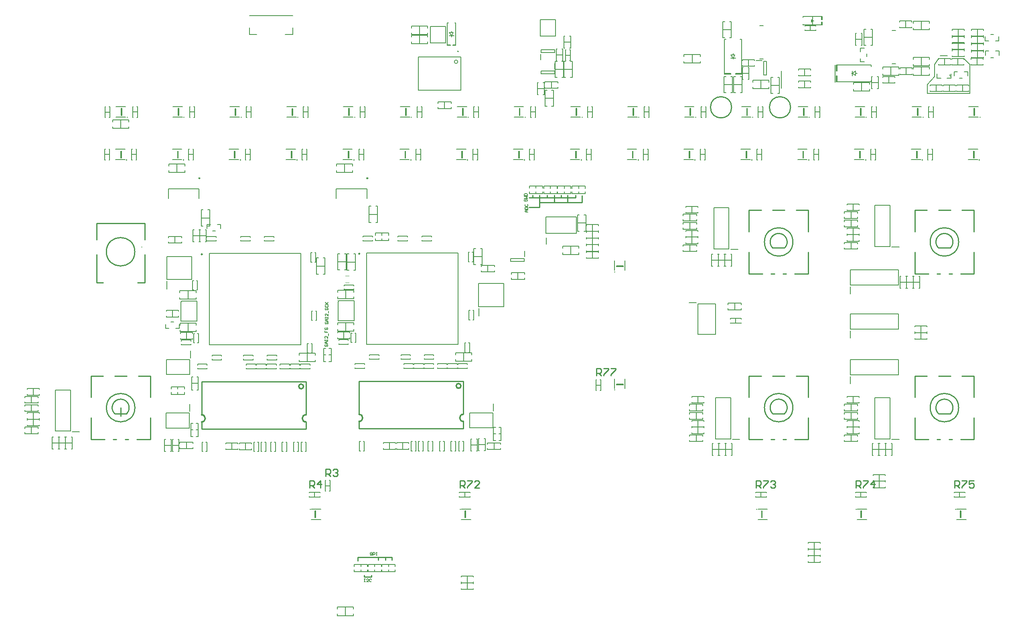
<source format=gto>
G04*
G04 #@! TF.GenerationSoftware,Altium Limited,Altium Designer,24.2.2 (26)*
G04*
G04 Layer_Color=65535*
%FSLAX25Y25*%
%MOIN*%
G70*
G04*
G04 #@! TF.SameCoordinates,5957EE86-81F1-4C7A-B0E9-50F0B43EC399*
G04*
G04*
G04 #@! TF.FilePolarity,Positive*
G04*
G01*
G75*
%ADD10C,0.00787*%
%ADD11C,0.00600*%
%ADD12C,0.01000*%
%ADD13C,0.00984*%
%ADD14C,0.00394*%
%ADD15C,0.01200*%
%ADD16C,0.00591*%
%ADD17C,0.00598*%
%ADD18C,0.00500*%
D10*
X1701748Y1294504D02*
G03*
X1701748Y1294504I-394J0D01*
G01*
X1701199Y1285843D02*
G03*
X1701199Y1285843I-1419J0D01*
G01*
X1668283Y1289878D02*
X1703716D01*
X1668283Y1262122D02*
Y1289878D01*
Y1262122D02*
X1703716D01*
Y1289878D01*
X1769941Y1320894D02*
X1782539Y1320894D01*
X1769941Y1320894D02*
X1769941Y1307311D01*
X1782539D01*
X1782539Y1320894D02*
X1782539Y1307311D01*
X1770094Y1287398D02*
Y1292122D01*
X1770291Y1293500D02*
X1781709D01*
Y1295862D01*
X1770291D02*
X1781709D01*
X1770291Y1293500D02*
Y1295862D01*
X1781709Y1276000D02*
Y1278362D01*
X1770291Y1276000D02*
X1781709D01*
X1770291D02*
Y1278362D01*
X1781709D01*
X1781906Y1279740D02*
Y1284465D01*
X2031918Y1276210D02*
X2033099D01*
X2028375D02*
X2029162D01*
X2031918Y1278178D02*
X2031918Y1274635D01*
X2029162Y1276210D02*
X2031918Y1278178D01*
X2029162Y1276210D02*
X2031918Y1274635D01*
X2029162Y1274241D02*
Y1278178D01*
X2015776Y1269123D02*
X2044910D01*
Y1270403D01*
X2015776Y1269123D02*
Y1274241D01*
X2044910Y1282017D02*
Y1283296D01*
X2015776Y1274241D02*
X2016367D01*
Y1269123D02*
Y1274241D01*
Y1278178D02*
Y1283296D01*
X2015776Y1278178D02*
X2016367D01*
X2015776Y1283296D02*
X2044910D01*
X2015776Y1278178D02*
Y1283296D01*
X2035646Y1285791D02*
X2039189D01*
X2035646D02*
Y1288646D01*
Y1297209D02*
X2039189D01*
X2035646Y1294354D02*
Y1297209D01*
X2041158Y1290319D02*
Y1292681D01*
X2113630Y1274150D02*
Y1277693D01*
X2116484Y1277693D01*
X2125047Y1274150D02*
Y1277693D01*
X2122193Y1277693D02*
X2125047Y1277693D01*
X2118158Y1272181D02*
X2120520D01*
X2062024Y1311779D02*
X2065173D01*
X2062024Y1284221D02*
X2065173D01*
X2102079Y1290744D02*
X2108083D01*
X2139693Y1291276D02*
Y1294819D01*
X2142547Y1294819D01*
X2151110Y1291276D02*
Y1294819D01*
X2148256Y1294819D02*
X2151110Y1294819D01*
X2144221Y1289307D02*
X2146583D01*
X2150898Y1303181D02*
Y1306724D01*
X2148043Y1303181D02*
X2150898Y1303181D01*
X2139480D02*
Y1306724D01*
Y1303181D02*
X2142335Y1303181D01*
X2144008Y1308693D02*
X2146370D01*
X1952005Y1315779D02*
X1955154D01*
X1952005Y1288220D02*
X1955154D01*
X1955379Y1286149D02*
X1957741D01*
Y1274732D02*
Y1286149D01*
X1955379Y1274732D02*
X1957741D01*
X1955379D02*
Y1286149D01*
X1949276Y1286740D02*
X1954001D01*
X1929981Y1291645D02*
Y1292826D01*
Y1288102D02*
Y1288889D01*
X1928012Y1291645D02*
X1931556Y1291645D01*
X1928012Y1291645D02*
X1929981Y1288889D01*
X1931556Y1291645D01*
X1928012Y1288889D02*
X1931949D01*
X1937068Y1275503D02*
Y1304637D01*
X1935788D02*
X1937068D01*
X1931949Y1275503D02*
X1937068D01*
X1922894Y1304637D02*
X1924174D01*
X1931949Y1275503D02*
Y1276094D01*
X1937068D01*
X1922894D02*
X1928012D01*
Y1275503D02*
Y1276094D01*
X1922894Y1275503D02*
Y1304637D01*
Y1275503D02*
X1928012D01*
X1596028Y1042138D02*
Y1047650D01*
X1589728Y1042138D02*
Y1047650D01*
Y1042138D02*
X1591500D01*
X1594256D02*
X1596028D01*
X1594256Y1047650D02*
X1596028D01*
X1589728D02*
X1591500D01*
X1596028Y1036626D02*
Y1042138D01*
X1589728Y1036626D02*
Y1042138D01*
Y1036626D02*
X1591500D01*
X1594256D02*
X1596028D01*
X1594256Y1042138D02*
X1596028D01*
X1589728D02*
X1591500D01*
X1492791Y1147095D02*
Y1150638D01*
X1495646Y1150638D01*
X1504209Y1147095D02*
Y1150638D01*
X1501354Y1150638D02*
X1504209Y1150638D01*
X1497319Y1145126D02*
X1499681D01*
X1469709Y1064126D02*
Y1067669D01*
X1466854Y1064126D02*
X1469709Y1064126D01*
X1458291D02*
Y1067669D01*
Y1064126D02*
X1461146Y1064126D01*
X1462819Y1069638D02*
X1465181D01*
X1772744Y1182409D02*
X1778256D01*
X1772744Y1176110D02*
X1778256D01*
Y1177882D01*
Y1180638D02*
Y1182409D01*
X1772744Y1180638D02*
Y1182409D01*
Y1176110D02*
Y1177882D01*
X1778256Y1182409D02*
X1783768D01*
X1778256Y1176110D02*
X1783768D01*
X1783768Y1177882D02*
X1783768Y1176110D01*
X1783768Y1180638D02*
Y1182409D01*
X1778256Y1180638D02*
Y1182409D01*
Y1176110D02*
X1778256Y1177882D01*
X1760732Y1182532D02*
X1766244Y1182532D01*
X1760732Y1176232D02*
X1766244D01*
Y1178004D01*
Y1180760D02*
Y1182532D01*
X1760732Y1180760D02*
X1760732Y1182532D01*
Y1176232D02*
Y1178004D01*
X1766244Y1182532D02*
X1771756D01*
X1766244Y1176232D02*
X1771756D01*
Y1178004D01*
Y1180760D02*
Y1182532D01*
X1766244Y1180760D02*
Y1182532D01*
Y1176232D02*
Y1178004D01*
X1784244Y1182409D02*
X1789756D01*
X1784244Y1176110D02*
X1789756D01*
X1789756Y1177882D02*
X1789756Y1176110D01*
Y1180638D02*
Y1182409D01*
X1784244Y1180638D02*
Y1182409D01*
X1784244Y1176110D02*
X1784244Y1177882D01*
X1789756Y1182409D02*
X1795268D01*
X1789756Y1176110D02*
X1795268D01*
Y1177882D01*
Y1180638D02*
Y1182409D01*
X1789756Y1180638D02*
Y1182409D01*
Y1176110D02*
Y1177882D01*
X1796244Y1182409D02*
X1801756D01*
X1796244Y1176110D02*
X1801756D01*
Y1177882D01*
Y1180638D02*
Y1182409D01*
X1796244Y1180638D02*
Y1182409D01*
Y1176110D02*
Y1177882D01*
X1801756Y1182409D02*
X1807268D01*
X1801756Y1176110D02*
X1807268D01*
X1807268Y1177882D02*
X1807268Y1176110D01*
X1807268Y1180638D02*
Y1182409D01*
X1801756Y1180638D02*
Y1182409D01*
Y1176110D02*
X1801756Y1177882D01*
X1460681Y1180370D02*
X1460681Y1172102D01*
X1460681Y1180370D02*
X1486272D01*
X1486272Y1172102D02*
X1486272Y1180370D01*
X1632244Y861732D02*
X1632244Y863504D01*
X1632244Y866260D02*
Y868032D01*
X1637756Y866260D02*
Y868032D01*
Y863504D02*
X1637756Y861732D01*
X1632244D02*
X1637756D01*
X1632244Y868032D02*
X1637756Y868032D01*
X1626732Y861732D02*
X1626732Y863504D01*
X1626732Y866260D02*
X1626732Y868032D01*
X1632244Y866260D02*
Y868032D01*
Y863504D02*
X1632244Y861732D01*
X1626732D02*
X1632244D01*
X1626732Y868032D02*
X1632244Y868032D01*
X1643756Y861732D02*
X1643756Y863504D01*
X1643756Y866260D02*
Y868032D01*
X1649268Y866260D02*
Y868032D01*
X1649268Y863504D02*
X1649268Y861732D01*
X1643756D02*
X1649268D01*
X1643756Y868032D02*
X1649268D01*
X1638244Y863504D02*
X1638244Y861732D01*
Y868032D02*
X1638244Y866260D01*
X1643756D02*
Y868032D01*
Y861732D02*
Y863504D01*
X1638244Y861732D02*
X1643756Y861732D01*
X1638244Y868032D02*
X1643756D01*
X1620622Y863516D02*
X1620622Y861744D01*
X1620622Y866272D02*
Y868043D01*
X1615110Y866272D02*
Y868043D01*
Y861744D02*
X1615110Y863516D01*
X1615110Y861744D02*
X1620622D01*
X1615110Y868043D02*
X1620622D01*
X1626134Y863516D02*
X1626134Y861744D01*
X1626134Y868043D02*
X1626134Y866272D01*
X1620622D02*
Y868043D01*
Y861744D02*
X1620622Y863516D01*
X1620622Y861744D02*
X1626134D01*
X1620622Y868043D02*
X1626134Y868043D01*
X1774339Y1143173D02*
Y1156968D01*
X1799945D01*
Y1143173D02*
Y1156968D01*
X1774339Y1143173D02*
X1799945D01*
X1774878Y1134323D02*
X1774878Y1139441D01*
X1527956Y1308617D02*
Y1314129D01*
Y1308617D02*
X1534255D01*
X1557877D02*
X1564177D01*
Y1314129D01*
X1527956Y1324365D02*
X1564177D01*
X1690953Y1301634D02*
Y1315217D01*
X1678354Y1301634D02*
X1690953D01*
X1678354D02*
Y1315217D01*
X1690953D01*
X1694032Y1307425D02*
X1697968D01*
X1696000D02*
X1697575Y1310181D01*
X1694032Y1310181D02*
X1696000Y1307425D01*
X1694032Y1310181D02*
X1697575Y1310181D01*
X1696000Y1306638D02*
Y1307425D01*
Y1310181D02*
Y1311362D01*
X1638244Y1143409D02*
X1643756D01*
X1638244Y1137110D02*
X1643756D01*
X1638244D02*
Y1138882D01*
Y1141638D02*
Y1143409D01*
X1643756Y1141638D02*
Y1143409D01*
Y1137110D02*
Y1138882D01*
X1632732Y1143409D02*
X1638244D01*
X1632732Y1137110D02*
X1638244D01*
X1632732D02*
X1632732Y1138882D01*
X1632732Y1143409D02*
X1632732Y1141638D01*
X1638244D02*
X1638244Y1143409D01*
Y1138882D02*
X1638244Y1137110D01*
X1494684Y1050471D02*
Y1126455D01*
Y1050471D02*
X1570668D01*
Y1126455D01*
X1494684D02*
X1570668D01*
X1718843Y1074461D02*
Y1080957D01*
X1718598Y1082335D02*
X1739402D01*
Y1101429D01*
X1718598D02*
X1739402D01*
X1718598Y1082335D02*
Y1101429D01*
X1625508Y1050890D02*
Y1126874D01*
Y1050890D02*
X1701492D01*
Y1126874D01*
X1625508D02*
X1701492D01*
X1601807Y1083213D02*
Y1086362D01*
X1602594Y1087150D01*
X1615193D01*
Y1070614D02*
Y1087150D01*
X1601807Y1070614D02*
X1615193D01*
X1601807D02*
Y1083213D01*
X1730354Y981421D02*
Y994020D01*
X1711063Y981421D02*
X1730354D01*
X1711063D02*
Y994020D01*
X1730354D01*
X1730866Y995398D02*
Y1001402D01*
X1730937Y976464D02*
X1732709D01*
X1735465D02*
X1737236D01*
X1735465Y970953D02*
X1737236D01*
X1730937D02*
X1732709D01*
X1730937D02*
Y976464D01*
X1737236Y970953D02*
Y976464D01*
X1730937Y981976D02*
X1732709D01*
X1735465Y981977D02*
X1737236Y981976D01*
X1735465Y976464D02*
X1737236D01*
X1730937D02*
X1732709D01*
X1730937D02*
Y981976D01*
X1737236Y976464D02*
Y981976D01*
X1459605Y1096968D02*
Y1103465D01*
X1459361Y1104842D02*
X1480164D01*
Y1123937D01*
X1459361D02*
X1480164D01*
X1459361Y1104842D02*
Y1123937D01*
X1929449Y971725D02*
X1935551D01*
X1928071Y972354D02*
Y1006409D01*
X1915472D02*
X1928071D01*
X1915472Y972354D02*
Y1006409D01*
Y972354D02*
X1928071D01*
X1900717Y1084677D02*
X1915283D01*
Y1059087D02*
Y1084677D01*
X1900717Y1059087D02*
X1915283D01*
X1900717D02*
Y1084677D01*
X1893532Y1085662D02*
X1899339D01*
X2027343Y1018102D02*
X2027343Y1024205D01*
X2027421Y1025583D02*
X2067579D01*
Y1038181D01*
X2027421D02*
X2067579D01*
X2027421Y1025583D02*
Y1038181D01*
X2027343Y1056102D02*
X2027343Y1062205D01*
X2027421Y1063583D02*
X2067579D01*
Y1076181D01*
X2027421D02*
X2067579D01*
X2027421Y1063583D02*
Y1076181D01*
X2027343Y1092874D02*
Y1098976D01*
X2027421Y1100354D02*
X2067579D01*
Y1112953D01*
X2027421D02*
X2067579D01*
X2027421Y1100354D02*
Y1112953D01*
X1600181Y1172102D02*
Y1180370D01*
X1625772Y1180370D01*
X1625772Y1172102D02*
X1625772Y1180370D01*
X2061906Y971725D02*
X2068008D01*
X2060528Y972354D02*
Y1006409D01*
X2047929D02*
X2060528D01*
X2047929Y972354D02*
Y1006409D01*
Y972354D02*
X2060528D01*
X1366701Y978854D02*
X1379299D01*
X1366701D02*
Y1012909D01*
X1379299D01*
Y978854D02*
Y1012909D01*
X1380677Y978224D02*
X1386779D01*
X2047929Y1132354D02*
X2060528D01*
X2047929D02*
Y1166409D01*
X2060528D01*
Y1132354D02*
Y1166409D01*
X2061906Y1131724D02*
X2068008D01*
X1913972Y1130354D02*
X1926571D01*
X1913972D02*
Y1164410D01*
X1926571D01*
Y1130354D02*
Y1164410D01*
X1927949Y1129725D02*
X1934051D01*
X1470983Y1070195D02*
Y1082794D01*
Y1070195D02*
X1484369D01*
Y1086731D01*
X1471770D02*
X1484369D01*
X1470983Y1085943D02*
X1471770Y1086731D01*
X1470983Y1082794D02*
Y1085943D01*
X1478479Y1025727D02*
Y1038325D01*
X1459188Y1025727D02*
X1478479D01*
X1459188D02*
Y1038325D01*
X1478479D01*
X1478991Y1039703D02*
Y1045707D01*
X1468589Y1013904D02*
Y1015676D01*
X1468589Y1011148D02*
X1468589Y1009376D01*
X1463077D02*
Y1011148D01*
Y1013904D02*
Y1015676D01*
X1468589D01*
X1463077Y1009376D02*
X1468589D01*
X1474101Y1013904D02*
Y1015676D01*
Y1009376D02*
Y1011148D01*
X1468589Y1009376D02*
Y1011148D01*
Y1013904D02*
Y1015676D01*
X1474101D01*
X1468589Y1009376D02*
X1474101D01*
X1477979Y981227D02*
Y993825D01*
X1458688Y981227D02*
X1477979D01*
X1458688D02*
Y993825D01*
X1477979D01*
X1478491Y995203D02*
Y1001207D01*
X1485605Y979770D02*
Y985282D01*
X1479306Y979770D02*
Y985282D01*
Y979770D02*
X1481077D01*
X1483833D02*
X1485605D01*
X1483833Y985282D02*
X1485605D01*
X1479306D02*
X1481077D01*
X1485605Y974258D02*
Y979770D01*
X1479306Y974258D02*
Y979770D01*
Y974258D02*
X1481077D01*
X1483833D02*
X1485605D01*
X1483833Y979770D02*
X1485605D01*
X1479306Y979770D02*
X1481077Y979770D01*
X1756744Y1123732D02*
Y1128457D01*
X1745130Y1122354D02*
X1756547D01*
X1745130D02*
X1745130Y1119992D01*
X1756547D01*
X1756547Y1122354D02*
X1756547Y1119992D01*
D11*
X2110039Y1275041D02*
G03*
X2111234Y1273737I1195J-105D01*
G01*
X2111239D02*
Y1275837D01*
Y1272137D02*
Y1273737D01*
X2099439Y1272137D02*
X2102938D01*
X2099439D02*
Y1275837D01*
X2107739Y1272137D02*
X2111239D01*
D12*
X1977803Y1248000D02*
G03*
X1977803Y1248000I-8803J0D01*
G01*
X1928803D02*
G03*
X1928803Y1248000I-8803J0D01*
G01*
X1432811Y1127882D02*
G03*
X1432811Y1127882I-11811J0D01*
G01*
X2117481Y998260D02*
G03*
X2117481Y998260I-11811J0D01*
G01*
X2110670Y993260D02*
G03*
X2100670Y993260I-5000J5000D01*
G01*
X1979686Y998260D02*
G03*
X1979686Y998260I-11811J0D01*
G01*
X1972875Y993260D02*
G03*
X1962875Y993260I-5000J5000D01*
G01*
X1432874Y998260D02*
G03*
X1432874Y998260I-11811J0D01*
G01*
X1426063Y993260D02*
G03*
X1416063Y993260I-5000J5000D01*
G01*
X2117481Y1136055D02*
G03*
X2117481Y1136055I-11811J0D01*
G01*
X2110670Y1131055D02*
G03*
X2100670Y1131055I-5000J5000D01*
G01*
X1979686Y1136055D02*
G03*
X1979686Y1136055I-11811J0D01*
G01*
X1972875Y1131055D02*
G03*
X1962875Y1131055I-5000J5000D01*
G01*
X1831403Y1111357D02*
X1831449Y1111357D01*
X1831403Y1013098D02*
X1831449Y1013098D01*
X1703082Y914043D02*
X1703082Y913996D01*
X1578414Y914043D02*
X1578414Y913996D01*
X2114725Y914043D02*
X2114725Y913996D01*
X2032048Y914043D02*
X2032048Y913996D01*
X1949537Y914043D02*
X1949537Y913996D01*
X2039985Y1204414D02*
X2039985Y1204367D01*
X2134473Y1204413D02*
X2134473Y1204367D01*
X2087229Y1204413D02*
X2087229Y1204367D01*
X1898253Y1204413D02*
X1898253Y1204367D01*
X1945497Y1204413D02*
X1945497Y1204367D01*
X1992741Y1204413D02*
X1992741Y1204367D01*
X1851009Y1204413D02*
X1851009Y1204367D01*
X1756521Y1204414D02*
X1756521Y1204367D01*
X1520300Y1204413D02*
X1520300Y1204367D01*
X1567544Y1204413D02*
X1567544Y1204367D01*
X1709277Y1204413D02*
X1709277Y1204367D01*
X1662033Y1204413D02*
X1662033Y1204367D01*
X1614788Y1204413D02*
X1614788Y1204367D01*
X1425812Y1204413D02*
X1425812Y1204367D01*
X1803765Y1204413D02*
X1803765Y1204367D01*
X1473056Y1204413D02*
X1473056Y1204367D01*
X1993261Y1239773D02*
Y1239819D01*
X1568236Y1239736D02*
Y1239783D01*
X1615308Y1239773D02*
Y1239819D01*
X1520992Y1239736D02*
Y1239783D01*
X1426332Y1239773D02*
Y1239819D01*
X1473576Y1239773D02*
Y1239819D01*
X1946017Y1239773D02*
Y1239819D01*
X1898773Y1239773D02*
Y1239819D01*
X2134993Y1239773D02*
Y1239819D01*
X2040505Y1239773D02*
Y1239819D01*
X2087749Y1239773D02*
Y1239819D01*
X1662552Y1239773D02*
Y1239819D01*
X1757040Y1239773D02*
Y1239819D01*
X1709796Y1239773D02*
Y1239819D01*
X1804284Y1239773D02*
Y1239819D01*
X1851529Y1239773D02*
Y1239819D01*
X1760500Y1164882D02*
X1769000D01*
Y1168882D01*
X1760500Y1172882D02*
X1763500D01*
X1804500Y1168882D02*
Y1174382D01*
X1793500Y1168882D02*
X1804500D01*
X1792500Y1169382D02*
Y1174882D01*
X1781500Y1168882D02*
X1793500D01*
X1781500D02*
Y1174882D01*
X1769000Y1168882D02*
X1781500D01*
X1769000D02*
Y1174882D01*
X1799000Y1172882D02*
Y1174882D01*
X1787000Y1172882D02*
X1799000D01*
X1787000D02*
Y1174882D01*
Y1172882D02*
Y1174882D01*
X1775500Y1172882D02*
X1787000D01*
X1775500D02*
Y1174882D01*
X1763500Y1172882D02*
X1775500D01*
X1763500D02*
Y1174882D01*
X1623500Y857382D02*
Y858882D01*
Y857382D02*
X1629500D01*
Y858882D01*
X1646500Y871382D02*
Y873882D01*
X1641000D02*
X1646500D01*
X1641000Y871382D02*
Y873882D01*
Y871382D02*
Y873882D01*
X1635000D02*
X1641000D01*
X1635000Y871382D02*
Y873882D01*
Y871382D02*
Y873882D01*
X1618000D02*
X1635000D01*
X1618000Y870882D02*
Y873882D01*
X1441000Y1137882D02*
Y1151705D01*
X1401000D02*
X1441000D01*
X1401000Y1137882D02*
Y1151705D01*
Y1102205D02*
X1406500D01*
X1401000D02*
Y1125705D01*
X1441000Y1102205D02*
Y1125705D01*
X1435000Y1102205D02*
X1441000D01*
X1619193Y980906D02*
X1705807D01*
X1619193D02*
Y986811D01*
Y992717D02*
Y1020276D01*
X1705807D01*
Y992717D02*
Y1020276D01*
Y980906D02*
Y986811D01*
X2081064Y1024638D02*
X2091103D01*
X2100651D02*
X2110690D01*
X2081064Y971882D02*
X2092284D01*
X2099371D02*
X2102127D01*
X2109292D02*
X2112048D01*
X2119057D02*
X2130277D01*
X2120238Y1024638D02*
X2130278D01*
X2130277Y1006725D02*
Y1024638D01*
X2081064Y1006725D02*
Y1024638D01*
X2130277Y971882D02*
Y989795D01*
X2081064Y971882D02*
Y989795D01*
X2100670Y993260D02*
X2110670D01*
X1943269Y1024638D02*
X1953308D01*
X1962855D02*
X1972894D01*
X1943269Y971882D02*
X1954489D01*
X1961576D02*
X1964332D01*
X1971497D02*
X1974253D01*
X1981262D02*
X1992482D01*
X1982443Y1024638D02*
X1992483D01*
X1992482Y1006725D02*
Y1024638D01*
X1943269Y1006725D02*
Y1024638D01*
X1992482Y971882D02*
Y989795D01*
X1943269Y971882D02*
Y989795D01*
X1962875Y993260D02*
X1972875D01*
X1396457Y1024638D02*
X1406496D01*
X1416043D02*
X1426082D01*
X1396457Y971882D02*
X1407677D01*
X1414764D02*
X1417519D01*
X1424685D02*
X1427441D01*
X1434449D02*
X1445669D01*
X1435631Y1024638D02*
X1445671D01*
X1445670Y1006725D02*
Y1024638D01*
X1396457Y1006725D02*
Y1024638D01*
X1445670Y971882D02*
Y989795D01*
X1396457Y971882D02*
Y989795D01*
X1416063Y993260D02*
X1426063D01*
X2081064Y1162433D02*
X2091103D01*
X2100651D02*
X2110690D01*
X2081064Y1109677D02*
X2092284D01*
X2099371D02*
X2102127D01*
X2109292D02*
X2112048D01*
X2119057D02*
X2130277D01*
X2120238Y1162433D02*
X2130278D01*
X2130277Y1144520D02*
Y1162433D01*
X2081064Y1144520D02*
Y1162433D01*
X2130277Y1109677D02*
Y1127590D01*
X2081064Y1109677D02*
Y1127590D01*
X2100670Y1131055D02*
X2110670D01*
X1943269Y1162433D02*
X1953308D01*
X1962855D02*
X1972894D01*
X1943269Y1109677D02*
X1954489D01*
X1961576D02*
X1964332D01*
X1971497D02*
X1974253D01*
X1981262D02*
X1992482D01*
X1982443Y1162433D02*
X1992483D01*
X1992482Y1144520D02*
Y1162433D01*
X1943269Y1144520D02*
Y1162433D01*
X1992482Y1109677D02*
Y1127590D01*
X1943269Y1109677D02*
Y1127590D01*
X1962875Y1131055D02*
X1972875D01*
X1574977Y980492D02*
Y986398D01*
Y992303D02*
Y1019862D01*
X1488363D02*
X1574977D01*
X1488363Y992303D02*
Y1019862D01*
Y980492D02*
Y986398D01*
Y980492D02*
X1574977D01*
X1421063Y991319D02*
Y998260D01*
X1816600Y1025000D02*
Y1030998D01*
X1819599D01*
X1820599Y1029998D01*
Y1027999D01*
X1819599Y1026999D01*
X1816600D01*
X1818599D02*
X1820599Y1025000D01*
X1822598Y1030998D02*
X1826597D01*
Y1029998D01*
X1822598Y1026000D01*
Y1025000D01*
X1828596Y1030998D02*
X1832595D01*
Y1029998D01*
X1828596Y1026000D01*
Y1025000D01*
X2114200Y931400D02*
Y937398D01*
X2117199D01*
X2118199Y936398D01*
Y934399D01*
X2117199Y933399D01*
X2114200D01*
X2116199D02*
X2118199Y931400D01*
X2120198Y937398D02*
X2124197D01*
Y936398D01*
X2120198Y932400D01*
Y931400D01*
X2130195Y937398D02*
X2126196D01*
Y934399D01*
X2128196Y935399D01*
X2129195D01*
X2130195Y934399D01*
Y932400D01*
X2129195Y931400D01*
X2127196D01*
X2126196Y932400D01*
X2032200Y931400D02*
Y937398D01*
X2035199D01*
X2036199Y936398D01*
Y934399D01*
X2035199Y933399D01*
X2032200D01*
X2034199D02*
X2036199Y931400D01*
X2038198Y937398D02*
X2042197D01*
Y936398D01*
X2038198Y932400D01*
Y931400D01*
X2047195D02*
Y937398D01*
X2044196Y934399D01*
X2048195D01*
X1949200Y931400D02*
Y937398D01*
X1952199D01*
X1953199Y936398D01*
Y934399D01*
X1952199Y933399D01*
X1949200D01*
X1951199D02*
X1953199Y931400D01*
X1955198Y937398D02*
X1959197D01*
Y936398D01*
X1955198Y932400D01*
Y931400D01*
X1961196Y936398D02*
X1962196Y937398D01*
X1964195D01*
X1965195Y936398D01*
Y935399D01*
X1964195Y934399D01*
X1963195D01*
X1964195D01*
X1965195Y933399D01*
Y932400D01*
X1964195Y931400D01*
X1962196D01*
X1961196Y932400D01*
X1703000Y931400D02*
Y937398D01*
X1705999D01*
X1706999Y936398D01*
Y934399D01*
X1705999Y933399D01*
X1703000D01*
X1704999D02*
X1706999Y931400D01*
X1708998Y937398D02*
X1712997D01*
Y936398D01*
X1708998Y932400D01*
Y931400D01*
X1718995D02*
X1714996D01*
X1718995Y935399D01*
Y936398D01*
X1717995Y937398D01*
X1715996D01*
X1714996Y936398D01*
X1578200Y931400D02*
Y937398D01*
X1581199D01*
X1582199Y936398D01*
Y934399D01*
X1581199Y933399D01*
X1578200D01*
X1580199D02*
X1582199Y931400D01*
X1587197D02*
Y937398D01*
X1584198Y934399D01*
X1588197D01*
X1591600Y941300D02*
Y947298D01*
X1594599D01*
X1595599Y946298D01*
Y944299D01*
X1594599Y943299D01*
X1591600D01*
X1593599D02*
X1595599Y941300D01*
X1597598Y946298D02*
X1598598Y947298D01*
X1600597D01*
X1601597Y946298D01*
Y945299D01*
X1600597Y944299D01*
X1599597D01*
X1600597D01*
X1601597Y943299D01*
Y942300D01*
X1600597Y941300D01*
X1598598D01*
X1597598Y942300D01*
D13*
X1486961Y1189032D02*
G03*
X1486961Y1189032I-492J0D01*
G01*
X1488975Y1125865D02*
G03*
X1488975Y1125865I-492J0D01*
G01*
X1619799Y1126283D02*
G03*
X1619799Y1126283I-492J0D01*
G01*
X1626461Y1189032D02*
G03*
X1626461Y1189032I-492J0D01*
G01*
D14*
X1601610Y1087543D02*
G03*
X1601610Y1087543I-197J0D01*
G01*
X1470786Y1087124D02*
G03*
X1470786Y1087124I-197J0D01*
G01*
X1607734Y1102068D02*
X1610883D01*
X1607734Y1107973D02*
X1610883D01*
D15*
X1705807Y992717D02*
G03*
X1705807Y986811I0J-2953D01*
G01*
X1619193D02*
G03*
X1619193Y992717I0J2953D01*
G01*
X1703839Y1016339D02*
G03*
X1703839Y1016339I-1969J0D01*
G01*
X1573009Y1015926D02*
G03*
X1573009Y1015926I-1969J0D01*
G01*
X1488363Y986398D02*
G03*
X1488363Y992303I0J2953D01*
G01*
X1574977D02*
G03*
X1574977Y986398I0J-2953D01*
G01*
D16*
X1690245Y1252503D02*
X1690245Y1246991D01*
X1695757Y1246991D02*
Y1248172D01*
X1684734Y1246991D02*
X1695757D01*
X1684734D02*
Y1248172D01*
Y1251322D02*
Y1252503D01*
X1695757Y1252503D01*
X1695757Y1251322D02*
X1695757Y1252503D01*
X1789484Y1307161D02*
X1790240D01*
X1789484Y1297161D02*
Y1307161D01*
Y1297161D02*
X1790240Y1297161D01*
X1794240Y1297161D02*
X1794996D01*
Y1307161D01*
X1794240Y1307161D02*
X1794996Y1307161D01*
X1789484Y1302161D02*
X1794996Y1302161D01*
X1790740Y1291366D02*
X1794740D01*
X1794240Y1295866D02*
X1794740Y1295866D01*
Y1286866D02*
Y1295866D01*
X1794240Y1286866D02*
X1794740D01*
X1790740D02*
X1791240D01*
X1790740Y1295866D02*
X1790740Y1286866D01*
X1790740Y1295866D02*
X1791240Y1295866D01*
X1782984Y1296661D02*
X1783740D01*
X1782984Y1286661D02*
Y1296661D01*
Y1286661D02*
X1783740Y1286661D01*
X1787740D02*
X1788496Y1286661D01*
Y1296661D01*
X1787740D02*
X1788496D01*
X1782984Y1291661D02*
X1788496D01*
X1782197Y1272760D02*
X1783772Y1272760D01*
X1782197Y1272760D02*
Y1286146D01*
X1783772D01*
X1787709D02*
X1789284D01*
Y1272760D02*
Y1286146D01*
X1787709Y1272760D02*
X1789284D01*
X1782197Y1279453D02*
X1789284Y1279453D01*
X1789197Y1272760D02*
X1790772D01*
X1789197D02*
Y1286146D01*
X1790772Y1286146D01*
X1794709D02*
X1796284Y1286146D01*
X1796284Y1272760D01*
X1794709D02*
X1796284D01*
X1789197Y1279453D02*
X1796284D01*
X1773717Y1248760D02*
X1775291D01*
X1773717D02*
Y1262146D01*
X1775291D01*
X1779228D02*
X1780803D01*
Y1248760D02*
Y1262146D01*
X1779228Y1248760D02*
X1780803D01*
X1773717Y1255453D02*
X1780803D01*
X1767504Y1268543D02*
X1768260D01*
X1767504Y1258543D02*
Y1268543D01*
Y1258543D02*
X1768260D01*
X1772260D02*
X1773016D01*
Y1268543D01*
X1772260D02*
X1773016D01*
X1767504Y1263543D02*
X1773016D01*
X1779083Y1263846D02*
Y1269358D01*
X1784595Y1263846D02*
Y1265028D01*
X1773571Y1263846D02*
X1784595D01*
X1773571D02*
Y1265028D01*
Y1268177D02*
Y1269358D01*
X1784595D01*
Y1268177D02*
Y1269358D01*
X1594500Y928764D02*
X1595000Y928764D01*
Y937764D01*
X1594500Y937764D02*
X1595000Y937764D01*
X1591000D02*
X1591500Y937764D01*
X1591000Y928764D02*
Y937764D01*
Y928764D02*
X1591500Y928764D01*
X1591000Y933264D02*
X1595000D01*
X1816000Y1021500D02*
X1816500D01*
X1816000Y1012500D02*
Y1021500D01*
Y1012500D02*
X1816500D01*
X1819500D02*
X1820000D01*
Y1021500D01*
X1819500D02*
X1820000D01*
X1816000Y1017000D02*
X1820000D01*
X2122764Y927500D02*
Y928000D01*
X2113764D02*
X2122764D01*
X2113764Y927500D02*
Y928000D01*
Y924000D02*
Y924500D01*
Y924000D02*
X2122764D01*
Y924500D01*
X2118264Y924000D02*
Y928000D01*
X2040764Y927500D02*
Y928000D01*
X2031764D02*
X2040764D01*
X2031764Y927500D02*
Y928000D01*
Y924000D02*
Y924500D01*
Y924000D02*
X2040764D01*
Y924500D01*
X2036264Y924000D02*
Y928000D01*
X1957764Y927500D02*
Y928000D01*
X1948764D02*
X1957764D01*
X1948764Y927500D02*
Y928000D01*
Y924000D02*
Y924500D01*
Y924000D02*
X1957764D01*
Y924500D01*
X1953264Y924000D02*
Y928000D01*
X1711500Y927500D02*
Y928000D01*
X1702500D02*
X1711500D01*
X1702500Y927500D02*
Y928000D01*
Y924000D02*
Y924500D01*
Y924000D02*
X1711500D01*
Y924500D01*
X1707000Y924000D02*
Y928000D01*
X1586764Y927500D02*
Y928000D01*
X1577764D02*
X1586764D01*
X1577764Y927500D02*
Y928000D01*
Y924000D02*
Y924500D01*
Y924000D02*
X1586764D01*
Y924500D01*
X1582264Y924000D02*
Y928000D01*
X2003500Y1321000D02*
X2004000D01*
Y1323543D01*
X2003500D02*
X2004000D01*
X2003500Y1316457D02*
X2004000D01*
Y1319000D01*
X2003500D02*
X2004000D01*
X1988000Y1322756D02*
Y1323543D01*
X2003500D01*
Y1321000D02*
Y1323543D01*
X1988000Y1316457D02*
Y1317244D01*
Y1316457D02*
X2003500D01*
Y1319000D01*
X1996000Y1316457D02*
Y1323543D01*
Y1320000D02*
X1997000D01*
X1995000Y1319000D02*
Y1321000D01*
X1996000Y1320000D01*
X1995000Y1319000D02*
X1996000Y1320000D01*
X1989764Y1312000D02*
X1989764Y1312500D01*
X1989764Y1312000D02*
X1998764D01*
X1998764Y1312500D01*
X1998764Y1316000D02*
X1998764Y1315500D01*
X1989764Y1316000D02*
X1998764D01*
X1989764D02*
X1989764Y1315500D01*
X1994264Y1312000D02*
Y1316000D01*
X1989559Y1274244D02*
Y1279756D01*
X1994559Y1274244D02*
Y1275000D01*
X1984559Y1274244D02*
X1994559D01*
X1984559Y1275000D02*
X1984559Y1274244D01*
X1984559Y1279000D02*
X1984559Y1279756D01*
X1994559D01*
Y1279000D02*
Y1279756D01*
X1989559Y1264244D02*
Y1269756D01*
X1994559Y1264244D02*
Y1265000D01*
X1984559Y1264244D02*
X1994559D01*
X1984559Y1265000D02*
X1984559Y1264244D01*
X1984559Y1269000D02*
X1984559Y1269756D01*
X1994559D01*
Y1269000D02*
Y1269756D01*
X2132961Y1307244D02*
Y1312756D01*
X2127961Y1312000D02*
Y1312756D01*
X2137961D01*
X2137961Y1312000D01*
X2137961Y1307244D02*
X2137961Y1308000D01*
X2127961Y1307244D02*
X2137961D01*
X2127961D02*
Y1308000D01*
X2045146Y1268559D02*
X2050657D01*
X2045146Y1263559D02*
X2045902D01*
X2045146D02*
Y1273559D01*
X2045902D01*
X2049902D02*
X2050657D01*
Y1263559D02*
Y1273559D01*
X2049902Y1263559D02*
X2050657D01*
X2031677Y1304527D02*
X2037189D01*
X2036433Y1309527D02*
X2037189D01*
Y1299528D02*
Y1309527D01*
X2036433Y1299527D02*
X2037189Y1299528D01*
X2031677D02*
X2032433Y1299527D01*
X2031677Y1299528D02*
Y1309527D01*
X2032433D01*
X2059588Y1268117D02*
Y1273629D01*
X2064588Y1268117D02*
Y1268873D01*
X2054588Y1268117D02*
X2064588D01*
X2054588D02*
Y1268873D01*
Y1272873D02*
Y1273629D01*
X2064588D01*
Y1272873D02*
Y1273629D01*
X2036902Y1261555D02*
Y1268642D01*
X2030209Y1261555D02*
Y1263130D01*
Y1261555D02*
X2043595D01*
X2043595Y1263130D01*
X2043595Y1268642D02*
X2043595Y1267067D01*
X2030209Y1268642D02*
X2043595D01*
X2030209Y1267067D02*
Y1268642D01*
X2105779Y1283181D02*
Y1288693D01*
X2110780Y1283181D02*
Y1283937D01*
X2100780Y1283181D02*
X2110780D01*
X2100780Y1283937D02*
X2100780Y1283181D01*
X2100780Y1287937D02*
X2100780Y1288693D01*
X2110780D01*
Y1287937D02*
Y1288693D01*
X2116898Y1283181D02*
Y1288693D01*
X2121898Y1283181D02*
Y1283937D01*
X2111898Y1283181D02*
X2121898D01*
X2111898Y1283937D02*
X2111898Y1283181D01*
X2111898Y1287937D02*
X2111898Y1288693D01*
X2121898D01*
Y1287937D02*
Y1288693D01*
X2109780Y1261181D02*
Y1266693D01*
X2104779Y1265937D02*
Y1266693D01*
X2114779D01*
Y1265937D02*
Y1266693D01*
Y1261181D02*
Y1261937D01*
X2104779Y1261181D02*
X2114779D01*
X2104779D02*
Y1261937D01*
X2120898Y1261181D02*
Y1266693D01*
X2115898Y1265937D02*
Y1266693D01*
X2125898D01*
Y1265937D02*
Y1266693D01*
Y1261181D02*
Y1261937D01*
X2115898Y1261181D02*
X2125898D01*
X2115898D02*
Y1261937D01*
X2098779Y1261181D02*
Y1266693D01*
X2093780Y1265937D02*
Y1266693D01*
X2103779D01*
Y1265937D02*
Y1266693D01*
Y1261181D02*
Y1261937D01*
X2093780Y1261181D02*
X2103779D01*
X2093780D02*
Y1261937D01*
X2116961Y1296244D02*
Y1301756D01*
X2111961Y1301000D02*
Y1301756D01*
X2121961D01*
Y1301000D02*
Y1301756D01*
Y1296244D02*
Y1297000D01*
X2111961Y1296244D02*
X2121961D01*
X2111961D02*
Y1297000D01*
X2073402Y1314244D02*
Y1319756D01*
X2078402Y1314244D02*
Y1315000D01*
X2068402Y1314244D02*
X2078402D01*
X2068402Y1315000D02*
X2068402Y1314244D01*
X2068402Y1319000D02*
X2068402Y1319756D01*
X2078402D01*
Y1319000D02*
Y1319756D01*
X2086551Y1274457D02*
Y1281543D01*
X2079858Y1274457D02*
Y1276031D01*
Y1274457D02*
X2093244D01*
Y1276031D01*
Y1279968D02*
Y1281543D01*
X2079858D02*
X2093244D01*
X2079858Y1279968D02*
Y1281543D01*
X2086551Y1282457D02*
Y1289543D01*
X2079858Y1282457D02*
Y1284031D01*
Y1282457D02*
X2093244D01*
Y1284031D01*
Y1287969D02*
Y1289543D01*
X2079858D02*
X2093244D01*
X2079858Y1287969D02*
Y1289543D01*
X2073842Y1275244D02*
Y1280756D01*
X2068843Y1280000D02*
Y1280756D01*
X2078843D01*
Y1280000D02*
Y1280756D01*
Y1275244D02*
Y1276000D01*
X2068843Y1275244D02*
X2078843D01*
X2068843D02*
Y1276000D01*
X2038858Y1306150D02*
X2045945D01*
X2044370Y1299457D02*
X2045945D01*
Y1312842D01*
X2044370D02*
X2045945D01*
X2038858D02*
X2040433D01*
X2038858Y1299457D02*
Y1312842D01*
Y1299457D02*
X2040433D01*
X2086551Y1312457D02*
Y1319543D01*
X2079858Y1312457D02*
Y1314032D01*
Y1312457D02*
X2093244D01*
X2093244Y1314032D01*
X2093244Y1319543D02*
X2093244Y1317968D01*
X2079858Y1319543D02*
X2093244D01*
X2079858Y1317968D02*
Y1319543D01*
X2061252Y1274457D02*
Y1281543D01*
X2067945Y1279968D02*
Y1281543D01*
X2054559D02*
X2067945D01*
X2054559Y1279968D02*
Y1281543D01*
Y1274457D02*
Y1276031D01*
Y1274457D02*
X2067945D01*
Y1276031D01*
X2116961Y1307244D02*
Y1312756D01*
X2121961Y1307244D02*
Y1308000D01*
X2111961Y1307244D02*
X2121961D01*
X2111961D02*
Y1308000D01*
Y1312000D02*
Y1312756D01*
X2121961D01*
Y1312000D02*
Y1312756D01*
X2117000Y1301244D02*
Y1306756D01*
X2112000Y1306000D02*
Y1306756D01*
X2122000D01*
Y1306000D02*
Y1306756D01*
Y1301244D02*
Y1302000D01*
X2112000Y1301244D02*
X2122000D01*
X2112000D02*
Y1302000D01*
X2116961Y1290244D02*
Y1295756D01*
X2111961Y1295000D02*
Y1295756D01*
X2121961D01*
X2121961Y1295000D01*
X2121961Y1290244D02*
X2121961Y1291000D01*
X2111961Y1290244D02*
X2121961D01*
X2111961D02*
Y1291000D01*
X2132961Y1289244D02*
Y1294756D01*
X2137961Y1289244D02*
Y1290000D01*
X2127961Y1289244D02*
X2137961D01*
X2127961D02*
Y1290000D01*
Y1294000D02*
Y1294756D01*
X2137961D01*
Y1294000D02*
Y1294756D01*
X2132961Y1295244D02*
Y1300756D01*
X2137961Y1295244D02*
Y1296000D01*
X2127961Y1295244D02*
X2137961D01*
X2127961D02*
Y1296000D01*
Y1300000D02*
Y1300756D01*
X2137961D01*
Y1300000D02*
Y1300756D01*
X2132961Y1301244D02*
Y1306756D01*
X2137961Y1301244D02*
Y1302000D01*
X2127961Y1301244D02*
X2137961D01*
X2127961D02*
Y1302000D01*
Y1306000D02*
Y1306756D01*
X2137961D01*
Y1306000D02*
Y1306756D01*
X2132842Y1283244D02*
Y1288756D01*
X2127843Y1288000D02*
Y1288756D01*
X2137843D01*
X2137843Y1288000D01*
X2137843Y1283244D02*
X2137843Y1284000D01*
X2127843Y1283244D02*
X2137843D01*
X2127843D02*
Y1284000D01*
X1942787Y1282105D02*
Y1287617D01*
X1947787Y1282105D02*
Y1282861D01*
X1937787Y1282105D02*
X1947787D01*
X1937787Y1282861D02*
X1937787Y1282105D01*
X1937787Y1286861D02*
X1937787Y1287617D01*
X1947787D01*
Y1286861D02*
Y1287617D01*
X1930438Y1266850D02*
X1937524D01*
X1930438Y1273543D02*
X1932013D01*
X1930438Y1260157D02*
Y1273543D01*
Y1260157D02*
X1932013Y1260157D01*
X1935950D02*
X1937524Y1260157D01*
Y1273543D01*
X1935950D02*
X1937524D01*
X1953131Y1263456D02*
Y1270543D01*
X1959823Y1268968D02*
Y1270543D01*
X1946438D02*
X1959823D01*
X1946438Y1268968D02*
X1946438Y1270543D01*
X1946438Y1265031D02*
X1946438Y1263456D01*
X1959823D01*
Y1265031D01*
X1937748Y1276157D02*
X1943260D01*
X1942504Y1281157D02*
X1943260D01*
Y1271157D02*
Y1281157D01*
X1942504Y1271157D02*
X1943260D01*
X1937748D02*
X1938504D01*
X1937748D02*
Y1281157D01*
X1938504D01*
X1922438Y1266850D02*
X1929524D01*
X1922438Y1273543D02*
X1924013D01*
X1922438Y1260157D02*
Y1273543D01*
Y1260157D02*
X1924013D01*
X1927950D02*
X1929524D01*
Y1273543D01*
X1927950D02*
X1929524D01*
X1921438Y1312649D02*
X1928524D01*
X1926950Y1305956D02*
X1928524D01*
Y1319342D01*
X1926950D02*
X1928524D01*
X1921438D02*
X1923013D01*
X1921438Y1305956D02*
Y1319342D01*
Y1305956D02*
X1923013D01*
X1961457Y1266150D02*
X1968543D01*
X1961457Y1272843D02*
X1963032D01*
X1961457Y1259457D02*
Y1272843D01*
Y1259457D02*
X1963032D01*
X1966969D02*
X1968543D01*
Y1272843D01*
X1966969D02*
X1968543D01*
X1895961Y1284787D02*
Y1291874D01*
X1889268Y1284787D02*
Y1286362D01*
Y1284787D02*
X1902654D01*
Y1286362D01*
Y1290299D02*
Y1291874D01*
X1889268D02*
X1902654D01*
X1889268Y1290299D02*
Y1291874D01*
X2044380Y1213261D02*
X2044880D01*
X2044380Y1204261D02*
Y1213261D01*
Y1204261D02*
X2044880D01*
X2047880D02*
X2048380D01*
Y1213261D01*
X2047880D02*
X2048380D01*
X2044380Y1208761D02*
X2048380D01*
X2091624Y1213261D02*
X2092124D01*
X2091624Y1204261D02*
Y1213261D01*
Y1204261D02*
X2092124D01*
X2095124D02*
X2095624D01*
Y1213261D01*
X2095124D02*
X2095624D01*
X2091624Y1208761D02*
X2095624D01*
X1902648Y1213261D02*
X1903148D01*
X1902648Y1204261D02*
Y1213261D01*
Y1204261D02*
X1903148D01*
X1906148D02*
X1906648D01*
Y1213261D01*
X1906148D02*
X1906648D01*
X1902648Y1208761D02*
X1906648D01*
X1949892Y1213261D02*
X1950392D01*
X1949892Y1204261D02*
Y1213261D01*
Y1204261D02*
X1950392D01*
X1953392D02*
X1953892D01*
Y1213261D01*
X1953392D02*
X1953892D01*
X1949892Y1208761D02*
X1953892D01*
X1997136Y1213261D02*
X1997636D01*
X1997136Y1204261D02*
Y1213261D01*
Y1204261D02*
X1997636D01*
X2000636D02*
X2001136D01*
Y1213261D01*
X2000636D02*
X2001136D01*
X1997136Y1208761D02*
X2001136D01*
X1855404Y1213261D02*
X1855904D01*
X1855404Y1204261D02*
Y1213261D01*
Y1204261D02*
X1855904D01*
X1858904D02*
X1859404D01*
Y1213261D01*
X1858904D02*
X1859404D01*
X1855404Y1208761D02*
X1859404D01*
X1524695Y1213261D02*
X1525195D01*
X1524695Y1204261D02*
Y1213261D01*
Y1204261D02*
X1525195D01*
X1528195D02*
X1528695D01*
Y1213261D01*
X1528195D02*
X1528695D01*
X1524695Y1208761D02*
X1528695D01*
X1477451Y1213261D02*
X1477951D01*
X1477451Y1204261D02*
Y1213261D01*
Y1204261D02*
X1477951D01*
X1480951D02*
X1481451D01*
Y1213261D01*
X1480951D02*
X1481451D01*
X1477451Y1208761D02*
X1481451D01*
X1571939Y1213261D02*
X1572439D01*
X1571939Y1204261D02*
Y1213261D01*
Y1204261D02*
X1572439D01*
X1575439D02*
X1575939D01*
Y1213261D01*
X1575439D02*
X1575939D01*
X1571939Y1208761D02*
X1575939D01*
X1619183Y1213261D02*
X1619683D01*
X1619183Y1204261D02*
Y1213261D01*
Y1204261D02*
X1619683D01*
X1622683D02*
X1623183D01*
Y1213261D01*
X1622683D02*
X1623183D01*
X1619183Y1208761D02*
X1623183D01*
X1713671Y1213261D02*
X1714171D01*
X1713671Y1204261D02*
Y1213261D01*
Y1204261D02*
X1714171D01*
X1717171D02*
X1717672D01*
Y1213261D01*
X1717171D02*
X1717672D01*
X1713671Y1208761D02*
X1717672D01*
X1666427Y1213261D02*
X1666928D01*
X1666427Y1204261D02*
Y1213261D01*
Y1204261D02*
X1666928D01*
X1669927D02*
X1670428D01*
Y1213261D01*
X1669927D02*
X1670428D01*
X1666427Y1208761D02*
X1670428D01*
X1430207Y1213261D02*
X1430707D01*
X1430207Y1204261D02*
Y1213261D01*
Y1204261D02*
X1430707D01*
X1433707D02*
X1434207D01*
Y1213261D01*
X1433707D02*
X1434207D01*
X1430207Y1208761D02*
X1434207D01*
X1808160Y1213261D02*
X1808660D01*
X1808160Y1204261D02*
Y1213261D01*
Y1204261D02*
X1808660D01*
X1811660D02*
X1812160D01*
Y1213261D01*
X1811660D02*
X1812160D01*
X1808160Y1208761D02*
X1812160D01*
X1760916Y1213261D02*
X1761416D01*
X1760916Y1204261D02*
Y1213261D01*
Y1204261D02*
X1761416D01*
X1764416D02*
X1764916D01*
Y1213261D01*
X1764416D02*
X1764916D01*
X1760916Y1208761D02*
X1764916D01*
X1407800Y1213336D02*
X1408300Y1213336D01*
X1407800Y1204336D02*
Y1213336D01*
Y1204336D02*
X1408300Y1204336D01*
X1411300D02*
X1411800Y1204336D01*
Y1213336D01*
X1411300Y1213336D02*
X1411800Y1213336D01*
X1407800Y1208836D02*
X1411800D01*
X1572803Y1244059D02*
X1576803D01*
X1576303Y1248559D02*
X1576803D01*
Y1239559D02*
Y1248559D01*
X1576303Y1239559D02*
X1576803D01*
X1572803D02*
X1573303D01*
X1572803D02*
Y1248559D01*
X1573303D01*
X1525559Y1244059D02*
X1529559D01*
X1529059Y1248559D02*
X1529559D01*
Y1239559D02*
Y1248559D01*
X1529059Y1239559D02*
X1529559D01*
X1525559D02*
X1526059D01*
X1525559D02*
Y1248559D01*
X1526059D01*
X1421150Y1230457D02*
Y1237543D01*
X1414457Y1230457D02*
Y1232032D01*
Y1230457D02*
X1427843D01*
X1427843Y1232032D01*
X1427843Y1237543D02*
X1427843Y1235968D01*
X1414457Y1237543D02*
X1427843D01*
X1414457Y1235968D02*
Y1237543D01*
X1408000Y1244000D02*
X1412000D01*
X1411500Y1248500D02*
X1412000D01*
Y1239500D02*
Y1248500D01*
X1411500Y1239500D02*
X1412000D01*
X1408000D02*
X1408500D01*
X1408000D02*
Y1248500D01*
X1408500D01*
X1431071Y1244094D02*
X1435071D01*
X1434571Y1248594D02*
X1435071D01*
Y1239594D02*
Y1248594D01*
X1434571Y1239594D02*
X1435071D01*
X1431071D02*
X1431571D01*
X1431071D02*
Y1248594D01*
X1431571D01*
X1478315Y1244059D02*
X1482315D01*
X1481815Y1248559D02*
X1482315D01*
Y1239559D02*
Y1248559D01*
X1481815Y1239559D02*
X1482315D01*
X1478315D02*
X1478815D01*
X1478315D02*
Y1248559D01*
X1478815D01*
X1856268Y1244059D02*
X1860268D01*
X1859768Y1248559D02*
X1860268D01*
Y1239559D02*
Y1248559D01*
X1859768Y1239559D02*
X1860268D01*
X1856268D02*
X1856768D01*
X1856268D02*
Y1248559D01*
X1856768D01*
X1903512Y1244059D02*
X1907512D01*
X1907012Y1248559D02*
X1907512D01*
Y1239559D02*
Y1248559D01*
X1907012Y1239559D02*
X1907512D01*
X1903512D02*
X1904012D01*
X1903512D02*
Y1248559D01*
X1904012D01*
X2092488Y1244094D02*
X2096488D01*
X2095988Y1248594D02*
X2096488D01*
Y1239594D02*
Y1248594D01*
X2095988Y1239594D02*
X2096488D01*
X2092488D02*
X2092988D01*
X2092488D02*
Y1248594D01*
X2092988D01*
X1950756Y1244059D02*
X1954756D01*
X1954256Y1248559D02*
X1954756D01*
Y1239559D02*
Y1248559D01*
X1954256Y1239559D02*
X1954756D01*
X1950756D02*
X1951256D01*
X1950756D02*
Y1248559D01*
X1951256D01*
X1998000Y1244059D02*
X2002000D01*
X2001500Y1248559D02*
X2002000D01*
Y1239559D02*
Y1248559D01*
X2001500Y1239559D02*
X2002000D01*
X1998000D02*
X1998500D01*
X1998000D02*
Y1248559D01*
X1998500D01*
X2045244Y1244059D02*
X2049244D01*
X2048744Y1248559D02*
X2049244D01*
Y1239559D02*
Y1248559D01*
X2048744Y1239559D02*
X2049244D01*
X2045244D02*
X2045744D01*
X2045244D02*
Y1248559D01*
X2045744D01*
X1620047Y1244059D02*
X1624047D01*
X1623547Y1248559D02*
X1624047D01*
Y1239559D02*
Y1248559D01*
X1623547Y1239559D02*
X1624047D01*
X1620047D02*
X1620547D01*
X1620047D02*
Y1248559D01*
X1620547D01*
X1714535Y1244059D02*
X1718535D01*
X1718035Y1248559D02*
X1718535D01*
Y1239559D02*
Y1248559D01*
X1718035Y1239559D02*
X1718535D01*
X1714535D02*
X1715035D01*
X1714535D02*
Y1248559D01*
X1715035D01*
X1761780Y1244059D02*
X1765779D01*
X1765280Y1248559D02*
X1765779D01*
Y1239559D02*
Y1248559D01*
X1765280Y1239559D02*
X1765779D01*
X1761780D02*
X1762280D01*
X1761780D02*
Y1248559D01*
X1762280D01*
X1809024Y1244059D02*
X1813024D01*
X1812524Y1248559D02*
X1813024D01*
Y1239559D02*
Y1248559D01*
X1812524Y1239559D02*
X1813024D01*
X1809024D02*
X1809524D01*
X1809024D02*
Y1248559D01*
X1809524D01*
X1667291Y1244059D02*
X1671291D01*
X1670791Y1248559D02*
X1671291D01*
Y1239559D02*
Y1248559D01*
X1670791Y1239559D02*
X1671291D01*
X1667291D02*
X1667791D01*
X1667291D02*
Y1248559D01*
X1667791D01*
X1464000Y1073626D02*
Y1079138D01*
X1459000Y1078382D02*
Y1079138D01*
X1469000D01*
Y1078382D02*
Y1079138D01*
Y1073626D02*
Y1074382D01*
X1459000Y1073626D02*
X1469000D01*
X1459000D02*
Y1074382D01*
X1486744Y1141323D02*
X1492256D01*
X1486744Y1136323D02*
X1487500D01*
X1486744D02*
Y1146323D01*
X1487500D01*
X1491500D02*
X1492256D01*
Y1136323D02*
Y1146323D01*
X1491500Y1136323D02*
X1492256D01*
X1806209Y1158414D02*
X1807784D01*
Y1145028D02*
Y1158414D01*
X1806209Y1145028D02*
X1807784Y1145028D01*
X1800697D02*
X1802272Y1145028D01*
X1800697Y1145028D02*
Y1158414D01*
X1802272D01*
X1800697Y1151721D02*
X1807784D01*
X1487957Y1156032D02*
X1495043D01*
X1493468Y1149339D02*
X1495043D01*
X1495043Y1162724D02*
X1495043Y1149339D01*
X1493468Y1162724D02*
X1495043D01*
X1487957D02*
X1489531Y1162724D01*
X1487957Y1149339D02*
Y1162724D01*
Y1149339D02*
X1489531Y1149339D01*
X1460957Y1199350D02*
Y1200925D01*
X1474343D01*
X1474343Y1199350D01*
X1474343Y1193839D02*
X1474343Y1195413D01*
X1460957Y1193839D02*
X1474343D01*
X1460957D02*
Y1195413D01*
X1467650Y1193839D02*
Y1200925D01*
X1813101Y1122443D02*
X1813101Y1127954D01*
X1808101Y1127199D02*
Y1127954D01*
X1818101Y1127954D01*
Y1127199D02*
Y1127954D01*
Y1122443D02*
Y1123199D01*
X1808101Y1122443D02*
X1818101Y1122443D01*
X1808101Y1122443D02*
Y1123199D01*
Y1144942D02*
Y1145699D01*
Y1144942D02*
X1818101Y1144942D01*
X1818101Y1145699D02*
X1818101Y1144942D01*
X1818101Y1150455D02*
X1818101Y1149699D01*
X1808101Y1150455D02*
X1818101D01*
X1808101Y1149699D02*
Y1150455D01*
X1813101Y1144942D02*
Y1150455D01*
Y1144788D02*
X1813101Y1139276D01*
X1808101Y1144788D02*
X1808101Y1144032D01*
X1808101Y1144788D02*
X1818101D01*
X1818101Y1144032D02*
X1818101Y1144788D01*
X1818101Y1139276D02*
X1818101Y1140032D01*
X1808101Y1139276D02*
X1818101D01*
X1808101Y1140032D02*
X1808101Y1139276D01*
X1813101Y1133776D02*
Y1139288D01*
X1808101Y1138532D02*
X1808101Y1139288D01*
X1818101D01*
X1818101Y1138532D01*
X1818101Y1134532D02*
X1818101Y1133776D01*
X1808101D02*
X1818101D01*
X1808101D02*
X1808101Y1134532D01*
X1813101Y1128276D02*
Y1133788D01*
X1808101Y1133032D02*
Y1133788D01*
X1818101D01*
Y1133032D02*
Y1133788D01*
Y1128276D02*
Y1129032D01*
X1808101Y1128276D02*
X1818101Y1128276D01*
X1808101Y1129032D02*
X1808101Y1128276D01*
X1801685Y1127102D02*
X1801685Y1125528D01*
X1788299D02*
X1801685D01*
X1788299Y1127102D02*
X1788299Y1125528D01*
Y1131039D02*
Y1132614D01*
X1801685D01*
X1801685Y1131039D02*
X1801685Y1132614D01*
X1794992Y1125528D02*
Y1132614D01*
X1607650Y825339D02*
Y832425D01*
X1600957Y825339D02*
Y826913D01*
Y825339D02*
X1614342D01*
Y826913D01*
Y830850D02*
Y832425D01*
X1600957D02*
X1614342D01*
X1600957Y830850D02*
Y832425D01*
X1481244Y1141323D02*
X1486756D01*
X1486000Y1146323D02*
X1486756D01*
Y1136323D02*
Y1146323D01*
X1486000Y1136323D02*
X1486756D01*
X1481244D02*
X1482000D01*
X1481244D02*
Y1146323D01*
X1482000D01*
X1470146Y964126D02*
Y965307D01*
Y964126D02*
X1481169D01*
Y965307D01*
Y968457D02*
Y969638D01*
X1470146D02*
X1481169D01*
X1470146Y968457D02*
Y969638D01*
X1475657Y964126D02*
Y969638D01*
X1692394Y1318055D02*
X1693343D01*
X1692394Y1300000D02*
Y1318055D01*
Y1300000D02*
X1692394Y1299500D01*
X1695000D01*
Y1300000D01*
X1692394D02*
X1695000D01*
X1697000D02*
X1699606D01*
X1697000Y1299500D02*
Y1300000D01*
Y1299500D02*
X1699606D01*
X1699606Y1300000D01*
Y1318055D01*
X1698657D02*
X1699606D01*
X1669350Y1308457D02*
Y1315543D01*
X1676043Y1313968D02*
Y1315543D01*
X1662658D02*
X1676043D01*
X1662658Y1313968D02*
X1662658Y1315543D01*
X1662658Y1310032D02*
X1662658Y1308457D01*
X1676043D01*
Y1310032D01*
X1352362Y1006457D02*
Y1007638D01*
X1341339D02*
X1352362D01*
X1341339Y1006457D02*
Y1007638D01*
Y1002126D02*
Y1003307D01*
Y1002126D02*
X1352362D01*
Y1003307D01*
X1346850Y1002126D02*
Y1007638D01*
X2033591Y999957D02*
Y1001138D01*
X2022567D02*
X2033591D01*
X2022567Y999957D02*
Y1001138D01*
Y995626D02*
Y996807D01*
Y995626D02*
X2033591D01*
Y996807D01*
X2028079Y995626D02*
Y1001138D01*
X1904862Y999957D02*
Y1001138D01*
X1893839D02*
X1904862D01*
X1893839Y999957D02*
Y1001138D01*
Y995626D02*
Y996807D01*
Y995626D02*
X1904862D01*
Y996807D01*
X1899351Y995626D02*
Y1001138D01*
X2033591Y1159957D02*
Y1161138D01*
X2022567D02*
X2033591D01*
X2022567Y1159957D02*
Y1161138D01*
Y1155626D02*
Y1156807D01*
Y1155626D02*
X2033591D01*
Y1156807D01*
X2028079Y1155626D02*
Y1161138D01*
X1899634Y1157957D02*
Y1159138D01*
X1888610D02*
X1899634D01*
X1888610Y1157957D02*
Y1159138D01*
Y1153626D02*
Y1154807D01*
Y1153626D02*
X1899634D01*
Y1154807D01*
X1894122Y1153626D02*
Y1159138D01*
X1352362Y980957D02*
Y982138D01*
X1341339D02*
X1352362D01*
X1341339Y980957D02*
Y982138D01*
Y976626D02*
Y977807D01*
Y976626D02*
X1352362D01*
Y977807D01*
X1346850Y976626D02*
Y982138D01*
X2033591Y974457D02*
Y975638D01*
X2022567D02*
X2033591D01*
X2022567Y974457D02*
Y975638D01*
Y970126D02*
Y971307D01*
Y970126D02*
X2033591D01*
Y971307D01*
X2028079Y970126D02*
Y975638D01*
X1904862Y974457D02*
Y975638D01*
X1893839D02*
X1904862D01*
X1893839Y974457D02*
Y975638D01*
Y970126D02*
Y971307D01*
Y970126D02*
X1904862D01*
Y971307D01*
X1899351Y970126D02*
Y975638D01*
X2033591Y1134457D02*
Y1135638D01*
X2022567D02*
X2033591D01*
X2022567Y1134457D02*
Y1135638D01*
Y1130126D02*
Y1131307D01*
Y1130126D02*
X2033591D01*
Y1131307D01*
X2028079Y1130126D02*
Y1135638D01*
X1899634Y1132457D02*
Y1133638D01*
X1888610D02*
X1899634D01*
X1888610Y1132457D02*
Y1133638D01*
Y1128126D02*
Y1129307D01*
Y1128126D02*
X1899634D01*
Y1129307D01*
X1894122Y1128126D02*
Y1133638D01*
X1352362Y999457D02*
Y1000638D01*
X1341339D02*
X1352362D01*
X1341339Y999457D02*
Y1000638D01*
Y995126D02*
Y996307D01*
Y995126D02*
X1352362D01*
Y996307D01*
X1346850Y995126D02*
Y1000638D01*
X2033591Y992957D02*
Y994138D01*
X2022567D02*
X2033591D01*
X2022567Y992957D02*
Y994138D01*
Y988626D02*
Y989807D01*
Y988626D02*
X2033591D01*
Y989807D01*
X2028079Y988626D02*
Y994138D01*
X1904862Y992957D02*
Y994138D01*
X1893839D02*
X1904862D01*
X1893839Y992957D02*
Y994138D01*
Y988626D02*
Y989807D01*
Y988626D02*
X1904862D01*
Y989807D01*
X1899351Y988626D02*
Y994138D01*
X2033591Y1152957D02*
Y1154138D01*
X2022567D02*
X2033591D01*
X2022567Y1152957D02*
Y1154138D01*
Y1148626D02*
Y1149807D01*
Y1148626D02*
X2033591D01*
Y1149807D01*
X2028079Y1148626D02*
Y1154138D01*
X1899634Y1150957D02*
Y1152138D01*
X1888610D02*
X1899634D01*
X1888610Y1150957D02*
Y1152138D01*
Y1146626D02*
Y1147807D01*
Y1146626D02*
X1899634D01*
Y1147807D01*
X1894122Y1146626D02*
Y1152138D01*
X1936862Y1083957D02*
Y1085138D01*
X1925839D02*
X1936862D01*
X1925839Y1083957D02*
Y1085138D01*
Y1079626D02*
Y1080807D01*
Y1079626D02*
X1936862D01*
Y1080807D01*
X1931350Y1079626D02*
Y1085138D01*
X1736870Y967795D02*
Y968976D01*
X1725846D02*
X1736870D01*
X1725846Y967795D02*
Y968976D01*
Y963465D02*
Y964646D01*
Y963465D02*
X1736870D01*
Y964646D01*
X1731358Y963465D02*
Y968976D01*
X1471661Y1139457D02*
Y1140638D01*
X1460638D02*
X1471661D01*
X1460638Y1139457D02*
Y1140638D01*
Y1135126D02*
Y1136307D01*
Y1135126D02*
X1471661D01*
Y1136307D01*
X1466150Y1135126D02*
Y1140638D01*
X1731661Y1115457D02*
Y1116638D01*
X1720638D02*
X1731661D01*
X1720638Y1115457D02*
Y1116638D01*
Y1111126D02*
Y1112307D01*
Y1111126D02*
X1731661D01*
Y1112307D01*
X1726150Y1111126D02*
Y1116638D01*
X1484408Y1013014D02*
X1485589D01*
Y1024038D01*
X1484408D02*
X1485589D01*
X1480077D02*
X1481259D01*
X1480077Y1013014D02*
Y1024038D01*
Y1013014D02*
X1481259D01*
X1480077Y1018526D02*
X1485589D01*
X1756701Y1109248D02*
Y1110429D01*
X1745677D02*
X1756701D01*
X1745677Y1109248D02*
Y1110429D01*
Y1104917D02*
Y1106098D01*
Y1104917D02*
X1756701D01*
Y1106098D01*
X1751189Y1104917D02*
Y1110429D01*
X1669350Y1300957D02*
Y1308043D01*
X1676043Y1306468D02*
Y1308043D01*
X1662658D02*
X1676043D01*
X1662658Y1306468D02*
X1662658Y1308043D01*
X1662658Y1302532D02*
X1662658Y1300957D01*
X1676043D01*
Y1302532D01*
X1719969Y1130575D02*
X1721543D01*
Y1117189D02*
Y1130575D01*
X1719969Y1117189D02*
X1721543D01*
X1714457D02*
X1716032D01*
X1714457D02*
Y1130575D01*
X1716032D01*
X1714457Y1123882D02*
X1721543D01*
X1601307Y1094351D02*
Y1095925D01*
X1614693D01*
Y1094351D02*
Y1095925D01*
Y1088838D02*
Y1090413D01*
X1601307Y1088838D02*
X1614693D01*
X1601307D02*
Y1090413D01*
X1608000Y1088838D02*
Y1095925D01*
X1614693Y1061839D02*
Y1063414D01*
X1601307Y1061839D02*
X1614693D01*
X1601307D02*
Y1063414D01*
Y1067350D02*
Y1068925D01*
X1614693D01*
Y1067350D02*
Y1068925D01*
X1608000Y1061839D02*
Y1068925D01*
X1602331Y1054063D02*
Y1054850D01*
X1610205D01*
Y1054063D02*
Y1054850D01*
Y1050914D02*
Y1051701D01*
X1602331Y1050914D02*
X1610205D01*
X1602331D02*
Y1051701D01*
X1699307Y1042350D02*
Y1043925D01*
X1712693D01*
Y1042350D02*
Y1043925D01*
Y1036839D02*
Y1038414D01*
X1699307Y1036839D02*
X1712693D01*
X1699307D02*
Y1038414D01*
X1706000Y1036839D02*
Y1043925D01*
X1630437Y1136913D02*
Y1137701D01*
X1622563Y1136913D02*
X1630437D01*
X1622563D02*
Y1137701D01*
Y1140063D02*
Y1140851D01*
X1630437D01*
Y1140063D02*
Y1140851D01*
X1614705Y1096414D02*
Y1097201D01*
X1606831Y1096414D02*
X1614705D01*
X1606831D02*
Y1097201D01*
Y1099563D02*
Y1100350D01*
X1614705D01*
Y1099563D02*
Y1100350D01*
X1615726Y1060347D02*
X1616513D01*
Y1052472D02*
Y1060347D01*
X1615726Y1052472D02*
X1616513D01*
X1612576D02*
X1613364D01*
X1612576D02*
Y1060347D01*
X1613364D01*
X1651563Y1140063D02*
Y1140851D01*
X1659437D01*
Y1140063D02*
Y1140851D01*
Y1136913D02*
Y1137701D01*
X1651563Y1136913D02*
X1659437D01*
X1651563D02*
Y1137701D01*
X1671563Y1140063D02*
Y1140851D01*
X1679437D01*
Y1140063D02*
Y1140851D01*
Y1136913D02*
Y1137701D01*
X1671563Y1136913D02*
X1679437D01*
X1671563D02*
Y1137701D01*
X1713181Y1127551D02*
X1713969Y1127551D01*
Y1119677D02*
Y1127551D01*
X1713181Y1119677D02*
X1713969D01*
X1710032D02*
X1710819D01*
X1710032D02*
Y1127551D01*
X1710819Y1127551D01*
X1713681Y1079087D02*
X1714469D01*
Y1071213D02*
Y1079087D01*
X1713681Y1071213D02*
X1714469D01*
X1710532D02*
X1711319D01*
X1710532D02*
Y1079087D01*
X1711319D01*
X1707032Y1044177D02*
X1707819D01*
X1707032D02*
Y1052051D01*
X1707819D01*
X1710181D02*
X1710969D01*
Y1044177D02*
Y1052051D01*
X1710181Y1044177D02*
X1710969D01*
X1681195Y1041563D02*
Y1042350D01*
X1673320D02*
X1681195D01*
X1673320Y1041563D02*
Y1042350D01*
Y1038414D02*
Y1039201D01*
Y1038414D02*
X1681195D01*
Y1039201D01*
X1661937Y1038414D02*
Y1039201D01*
X1654063Y1038414D02*
X1661937D01*
X1654063D02*
Y1039201D01*
Y1041563D02*
Y1042350D01*
X1661937D01*
Y1041563D02*
Y1042350D01*
X1635705Y1038414D02*
Y1039201D01*
X1627831Y1038414D02*
X1635705D01*
X1627831D02*
Y1039201D01*
Y1041563D02*
Y1042350D01*
X1635705D01*
Y1041563D02*
Y1042350D01*
X1619532Y970087D02*
X1620319D01*
X1619532Y962213D02*
Y970087D01*
Y962213D02*
X1620319D01*
X1622681D02*
X1623469D01*
Y970087D01*
X1622681D02*
X1623469D01*
X1662532D02*
X1663319D01*
X1662532Y962213D02*
Y970087D01*
Y962213D02*
X1663319D01*
X1665681D02*
X1666469D01*
Y970087D01*
X1665681D02*
X1666469D01*
X1671681Y962213D02*
X1672469D01*
Y970087D01*
X1671681D02*
X1672469D01*
X1668532D02*
X1669319D01*
X1668532Y962213D02*
Y970087D01*
Y962213D02*
X1669319D01*
X1676532Y970087D02*
X1677319D01*
X1676532Y962213D02*
Y970087D01*
Y962213D02*
X1677319D01*
X1679681D02*
X1680469D01*
Y970087D01*
X1679681D02*
X1680469D01*
X1689181Y962213D02*
X1689969D01*
Y970087D01*
X1689181D02*
X1689969D01*
X1686032D02*
X1686819D01*
X1686032Y962213D02*
Y970087D01*
Y962213D02*
X1686819D01*
X1695532Y970087D02*
X1696319D01*
X1695532Y962213D02*
Y970087D01*
Y962213D02*
X1696319D01*
X1698681D02*
X1699469D01*
Y970087D01*
X1698681D02*
X1699469D01*
X1702071D02*
X1702858D01*
X1702071Y962213D02*
Y970087D01*
Y962213D02*
X1702858D01*
X1705220D02*
X1706008D01*
Y970087D01*
X1705220D02*
X1706008D01*
X1615831Y1030914D02*
Y1031701D01*
Y1030914D02*
X1623705D01*
Y1031701D01*
Y1034063D02*
Y1034851D01*
X1615831D02*
X1623705D01*
X1615831Y1034063D02*
Y1034851D01*
X1656331Y1030914D02*
Y1031701D01*
Y1030914D02*
X1664205D01*
Y1031701D01*
Y1034063D02*
Y1034851D01*
X1656331D02*
X1664205D01*
X1656331Y1034063D02*
Y1034851D01*
X1673331Y1030914D02*
Y1031701D01*
Y1030914D02*
X1681205D01*
Y1031701D01*
Y1034063D02*
Y1034851D01*
X1673331D02*
X1681205D01*
X1673331Y1034063D02*
Y1034851D01*
X1684295Y1030914D02*
Y1031701D01*
Y1030914D02*
X1692169D01*
Y1031701D01*
Y1034063D02*
Y1034851D01*
X1684295D02*
X1692169D01*
X1684295Y1034063D02*
Y1034851D01*
X1700669Y1034063D02*
Y1034851D01*
X1692795D02*
X1700669D01*
X1692795Y1034063D02*
Y1034851D01*
Y1030914D02*
Y1031701D01*
Y1030914D02*
X1700669D01*
Y1031701D01*
X1709169Y1034063D02*
Y1034851D01*
X1701295D02*
X1709169D01*
X1701295Y1034063D02*
Y1034851D01*
Y1030914D02*
Y1031701D01*
Y1030914D02*
X1709169D01*
Y1031701D01*
X1672705Y1034063D02*
Y1034851D01*
X1664831D02*
X1672705D01*
X1664831Y1034063D02*
Y1034851D01*
Y1030914D02*
Y1031701D01*
Y1030914D02*
X1672705D01*
Y1031701D01*
X1606500Y1055626D02*
Y1061138D01*
X1601500Y1060382D02*
Y1061138D01*
X1611500D01*
Y1060382D02*
Y1061138D01*
Y1055626D02*
Y1056382D01*
X1601500Y1055626D02*
X1611500D01*
X1601500D02*
Y1056382D01*
X1655441Y963626D02*
Y969138D01*
X1660441Y963626D02*
Y964382D01*
X1650441Y963626D02*
X1660441D01*
X1650441D02*
Y964382D01*
Y968382D02*
Y969138D01*
X1660441D01*
Y968382D02*
Y969138D01*
X1644323Y963626D02*
Y969138D01*
X1639323Y968382D02*
Y969138D01*
X1649323D01*
Y968382D02*
Y969138D01*
Y963626D02*
Y964382D01*
X1639323Y963626D02*
X1649323D01*
X1639323D02*
Y964382D01*
X1718453Y972402D02*
X1719209D01*
X1718453Y962401D02*
Y972402D01*
Y962401D02*
X1719209D01*
X1723209D02*
X1723965D01*
Y972402D01*
X1723209D02*
X1723965D01*
X1718453Y967402D02*
X1723965D01*
X1711953Y972279D02*
X1712709D01*
X1711953Y962280D02*
Y972279D01*
Y962280D02*
X1712709D01*
X1716709D02*
X1717465D01*
Y972279D01*
X1716709D02*
X1717465D01*
X1711953Y967280D02*
X1717465D01*
X1601492Y1119434D02*
X1608579D01*
X1607004Y1112741D02*
X1608579D01*
Y1126127D01*
X1607004D02*
X1608579D01*
X1601492D02*
X1603067D01*
X1601492Y1112741D02*
Y1126127D01*
Y1112741D02*
X1603067D01*
X1609165Y1112677D02*
X1610740D01*
X1609165D02*
Y1126063D01*
X1610740Y1126063D01*
X1614677D02*
X1616252Y1126063D01*
Y1112677D02*
Y1126063D01*
X1614677Y1112677D02*
X1616252D01*
X1609165Y1119370D02*
X1616252D01*
X2081059Y1060626D02*
Y1061382D01*
Y1060626D02*
X2091059Y1060626D01*
Y1061382D01*
Y1065382D02*
Y1066138D01*
X2081059Y1066138D02*
X2091059Y1066138D01*
X2081059Y1065382D02*
Y1066138D01*
X2086059Y1060626D02*
Y1066138D01*
X2081059Y1055126D02*
Y1055882D01*
Y1055126D02*
X2091059Y1055126D01*
Y1055882D01*
Y1059882D02*
Y1060638D01*
X2081059Y1060638D02*
X2091059Y1060638D01*
X2081059Y1059882D02*
Y1060638D01*
X2086059Y1055126D02*
Y1060638D01*
X1895941Y1002126D02*
Y1002882D01*
Y1002126D02*
X1905941D01*
Y1002882D01*
Y1006882D02*
Y1007638D01*
X1895941D02*
X1905941D01*
X1895941Y1006882D02*
Y1007638D01*
X1900941Y1002126D02*
Y1007638D01*
X1895941Y982126D02*
Y982882D01*
Y982126D02*
X1905941D01*
Y982882D01*
Y986882D02*
Y987638D01*
X1895941D02*
X1905941D01*
X1895941Y986882D02*
Y987638D01*
X1900941Y982126D02*
Y987638D01*
X1895941Y976626D02*
Y977382D01*
Y976626D02*
X1905941D01*
Y977382D01*
Y981382D02*
Y982138D01*
X1895941D02*
X1905941D01*
X1895941Y981382D02*
Y982138D01*
X1900941Y976626D02*
Y982138D01*
X2046559Y931626D02*
Y932382D01*
Y931626D02*
X2056559Y931626D01*
Y932382D01*
Y936382D02*
Y937138D01*
X2046559Y937138D02*
X2056559Y937138D01*
X2046559Y936382D02*
Y937138D01*
X2051559Y931626D02*
Y937138D01*
X2002559Y874382D02*
Y875138D01*
X1992559D02*
X2002559D01*
X1992559Y874382D02*
Y875138D01*
Y869626D02*
Y870382D01*
Y869626D02*
X2002559D01*
Y870382D01*
X1997559Y869626D02*
Y875138D01*
X2002559Y879882D02*
Y880638D01*
X1992559D02*
X2002559D01*
X1992559Y879882D02*
Y880638D01*
Y875126D02*
Y875882D01*
Y875126D02*
X2002559D01*
Y875882D01*
X1997559Y875126D02*
Y880638D01*
X2002559Y885382D02*
Y886138D01*
X1992559D02*
X2002559D01*
X1992559Y885382D02*
Y886138D01*
Y880626D02*
Y881382D01*
Y880626D02*
X2002559D01*
Y881382D01*
X1997559Y880626D02*
Y886138D01*
X2046559Y937126D02*
Y937882D01*
Y937126D02*
X2056559Y937126D01*
Y937882D01*
Y941882D02*
Y942638D01*
X2046559Y942638D02*
X2056559Y942638D01*
X2046559Y941882D02*
Y942638D01*
X2051559Y937126D02*
Y942638D01*
X1704000Y847126D02*
Y847882D01*
Y847126D02*
X1714000Y847126D01*
X1714000Y847882D01*
X1714000Y851882D02*
X1714000Y852638D01*
X1704000Y852638D02*
X1714000Y852638D01*
X1704000Y851882D02*
Y852638D01*
X1709000Y847126D02*
Y852638D01*
X1704000Y852626D02*
Y853382D01*
Y852626D02*
X1714000Y852626D01*
Y853382D01*
Y857382D02*
Y858138D01*
X1704000Y858138D02*
X1714000Y858138D01*
X1704000Y857382D02*
Y858138D01*
X1709000Y852626D02*
Y858138D01*
X1932208Y1068437D02*
Y1072437D01*
X1936708Y1068437D02*
Y1068937D01*
X1927708Y1068437D02*
X1936708Y1068437D01*
X1927708Y1068437D02*
Y1068937D01*
Y1071937D02*
Y1072437D01*
X1936708Y1072437D01*
Y1071937D02*
Y1072437D01*
X2061500Y958441D02*
X2062256D01*
Y968441D01*
X2061500D02*
X2062256D01*
X2056744D02*
X2057500D01*
X2056744Y958441D02*
Y968441D01*
Y958441D02*
X2057500D01*
X2056744Y963441D02*
X2062256D01*
X1928500Y958382D02*
X1929256D01*
X1929256Y968382D02*
X1929256Y958382D01*
X1928500Y968382D02*
X1929256D01*
X1923744D02*
X1924500D01*
X1923744Y958382D02*
X1923744Y968382D01*
X1923744Y958382D02*
X1924500D01*
X1923744Y963382D02*
X1929256D01*
X1380000Y963882D02*
X1380756D01*
Y973882D01*
X1380000D02*
X1380756D01*
X1375244D02*
X1376000D01*
X1375244Y963882D02*
Y973882D01*
Y963882D02*
X1376000D01*
X1375244Y968882D02*
X1380756D01*
X2050500Y958441D02*
X2051256D01*
Y968441D01*
X2050500D02*
X2051256D01*
X2045744D02*
X2046500D01*
X2045744Y958441D02*
Y968441D01*
Y958441D02*
X2046500D01*
X2045744Y963441D02*
X2051256D01*
X1917500Y958382D02*
X1918256D01*
X1918256Y968382D01*
X1917500Y968382D02*
X1918256Y968382D01*
X1912744Y968382D02*
X1913500Y968382D01*
X1912744Y958382D02*
Y968382D01*
Y958382D02*
X1913500D01*
X1912744Y963382D02*
X1918256D01*
X1369000Y963882D02*
X1369756Y963882D01*
Y973882D01*
X1369000D02*
X1369756D01*
X1364244D02*
X1365000D01*
X1364244Y963882D02*
Y973882D01*
Y963882D02*
X1365000Y963882D01*
X1364244Y968882D02*
X1369756D01*
X2056000Y958441D02*
X2056756D01*
Y968441D01*
X2056000D02*
X2056756D01*
X2051244D02*
X2052000D01*
X2051244Y958441D02*
Y968441D01*
Y958441D02*
X2052000D01*
X2051244Y963441D02*
X2056756D01*
X1923000Y958382D02*
X1923756D01*
Y968382D01*
X1923000Y968382D02*
X1923756Y968382D01*
X1918244Y968382D02*
X1919000Y968382D01*
X1918244Y968382D02*
X1918244Y958382D01*
X1919000D01*
X1918244Y963382D02*
X1923756D01*
X1374500Y963882D02*
X1375256Y963882D01*
Y973882D01*
X1374500D02*
X1375256D01*
X1369744D02*
X1370500D01*
X1369744Y963882D02*
Y973882D01*
Y963882D02*
X1370500Y963882D01*
X1369744Y968882D02*
X1375256D01*
X2073500Y1097441D02*
X2074256D01*
Y1107441D01*
X2073500D02*
X2074256D01*
X2068744D02*
X2069500D01*
X2068744Y1097441D02*
Y1107441D01*
Y1097441D02*
X2069500D01*
X2068744Y1102441D02*
X2074256D01*
X1928000Y1115882D02*
X1928756D01*
Y1125882D01*
X1928000D02*
X1928756D01*
X1923244D02*
X1924000D01*
X1923244Y1115882D02*
Y1125882D01*
Y1115882D02*
X1924000D01*
X1923244Y1120882D02*
X1928756D01*
X2079000Y1097441D02*
X2079756D01*
Y1107441D01*
X2079000D02*
X2079756D01*
X2074244D02*
X2075000D01*
X2074244Y1097441D02*
Y1107441D01*
Y1097441D02*
X2075000D01*
X2074244Y1102441D02*
X2079756D01*
X1917000Y1115941D02*
X1917756D01*
Y1125941D01*
X1917000D02*
X1917756D01*
X1912244D02*
X1913000D01*
X1912244Y1115941D02*
Y1125941D01*
Y1115941D02*
X1913000D01*
X1912244Y1120941D02*
X1917756D01*
X2084500Y1097441D02*
X2085256D01*
Y1107441D01*
X2084500D02*
X2085256D01*
X2079744D02*
X2080500D01*
X2079744Y1097441D02*
Y1107441D01*
Y1097441D02*
X2080500D01*
X2079744Y1102441D02*
X2085256D01*
X1922500Y1115941D02*
X1923256D01*
Y1125941D01*
X1922500D02*
X1923256D01*
X1917744D02*
X1918500D01*
X1917744Y1115941D02*
Y1125941D01*
Y1115941D02*
X1918500D01*
X1917744Y1120941D02*
X1923256D01*
X1600457Y1199350D02*
X1600457Y1200925D01*
X1613843Y1200925D01*
X1613843Y1199350D01*
X1613843Y1193839D02*
Y1195413D01*
X1600457Y1193839D02*
X1613843D01*
X1600457Y1195413D02*
X1600457Y1193839D01*
X1607150Y1200925D02*
X1607150Y1193839D01*
X1627457Y1152339D02*
X1629032D01*
X1627457D02*
Y1165724D01*
X1629032D01*
X1632969Y1165724D02*
X1634543Y1165724D01*
Y1152339D02*
Y1165724D01*
X1632969Y1152339D02*
X1634543Y1152339D01*
X1627457Y1159031D02*
X1634543D01*
X1348441Y988626D02*
Y994138D01*
X1343441Y993382D02*
Y994138D01*
X1353441D01*
Y993382D02*
Y994138D01*
Y988626D02*
Y989382D01*
X1343441Y988626D02*
X1353441D01*
X1343441D02*
Y989382D01*
X1348441Y983126D02*
Y988638D01*
X1343441Y987882D02*
Y988638D01*
X1353441D01*
Y987882D02*
Y988638D01*
Y983126D02*
Y983882D01*
X1343441Y983126D02*
X1353441D01*
X1343441D02*
Y983882D01*
X1348441Y1008626D02*
Y1014138D01*
X1343441Y1013382D02*
Y1014138D01*
X1353441D01*
Y1013382D02*
Y1014138D01*
Y1008626D02*
Y1009382D01*
X1343441Y1008626D02*
X1353441D01*
X1343441D02*
Y1009382D01*
X2029669Y982126D02*
Y987638D01*
X2024669Y986882D02*
Y987638D01*
X2034669D01*
Y986882D02*
Y987638D01*
Y982126D02*
Y982882D01*
X2024669Y982126D02*
X2034669D01*
X2024669D02*
Y982882D01*
X2029669Y976626D02*
Y982138D01*
X2024669Y981382D02*
Y982138D01*
X2034669D01*
Y981382D02*
Y982138D01*
Y976626D02*
Y977382D01*
X2024669Y976626D02*
X2034669D01*
X2024669D02*
Y977382D01*
X2029669Y1002126D02*
Y1007638D01*
X2024669Y1006882D02*
Y1007638D01*
X2034669D01*
Y1006882D02*
Y1007638D01*
Y1002126D02*
Y1002882D01*
X2024669Y1002126D02*
X2034669D01*
X2024669D02*
Y1002882D01*
X2029669Y1142126D02*
Y1147638D01*
X2024669Y1146882D02*
Y1147638D01*
X2034669D01*
Y1146882D02*
Y1147638D01*
Y1142126D02*
Y1142882D01*
X2024669Y1142126D02*
X2034669D01*
X2024669D02*
Y1142882D01*
X2029669Y1136626D02*
Y1142138D01*
X2024669Y1141382D02*
Y1142138D01*
X2034669D01*
Y1141382D02*
Y1142138D01*
Y1136626D02*
Y1137382D01*
X2024669Y1136626D02*
X2034669D01*
X2024669D02*
Y1137382D01*
X2029669Y1162126D02*
Y1167638D01*
X2024669Y1166882D02*
Y1167638D01*
X2034669D01*
Y1166882D02*
Y1167638D01*
Y1162126D02*
Y1162882D01*
X2024669Y1162126D02*
X2034669D01*
X2024669D02*
Y1162882D01*
X1895713Y1140126D02*
Y1145638D01*
X1890713Y1144882D02*
Y1145638D01*
X1900713D01*
Y1144882D02*
Y1145638D01*
Y1140126D02*
Y1140882D01*
X1890713Y1140126D02*
X1900713D01*
X1890713D02*
Y1140882D01*
X1895713Y1134626D02*
Y1140138D01*
X1890713Y1139382D02*
Y1140138D01*
X1900713D01*
Y1139382D02*
Y1140138D01*
Y1134626D02*
Y1135382D01*
X1890713Y1134626D02*
X1900713D01*
X1890713D02*
Y1135382D01*
X1895713Y1160126D02*
Y1165638D01*
X1890713Y1164882D02*
Y1165638D01*
X1900713D01*
Y1164882D02*
Y1165638D01*
Y1160126D02*
Y1160882D01*
X1890713Y1160126D02*
X1900713D01*
X1890713D02*
Y1160882D01*
X1576207Y1043794D02*
X1576995D01*
X1576207D02*
Y1051668D01*
X1576995D01*
X1579357D02*
X1580144D01*
Y1043794D02*
Y1051668D01*
X1579357Y1043794D02*
X1580144D01*
X1576176Y1036420D02*
Y1043506D01*
X1569483Y1036420D02*
Y1037994D01*
Y1036420D02*
X1582869D01*
Y1037994D01*
Y1041932D02*
Y1043506D01*
X1569483D02*
X1582869D01*
X1569483Y1041932D02*
Y1043506D01*
X1578345Y1030494D02*
Y1031282D01*
X1570471Y1030494D02*
X1578345D01*
X1570471D02*
Y1031282D01*
Y1033644D02*
Y1034431D01*
X1578345D01*
Y1033644D02*
Y1034431D01*
X1561345Y1030494D02*
Y1031282D01*
X1553471Y1030494D02*
X1561345D01*
X1553471D02*
Y1031282D01*
Y1033644D02*
Y1034431D01*
X1561345D01*
Y1033644D02*
Y1034431D01*
X1569845Y1030494D02*
Y1031282D01*
X1561971Y1030494D02*
X1569845D01*
X1561971D02*
Y1031282D01*
Y1033644D02*
Y1034431D01*
X1569845D01*
Y1033644D02*
Y1034431D01*
X1542507Y1033644D02*
Y1034431D01*
X1550381D01*
Y1033644D02*
Y1034431D01*
Y1030494D02*
Y1031282D01*
X1542507Y1030494D02*
X1550381D01*
X1542507D02*
Y1031282D01*
X1571247Y969668D02*
X1572034D01*
X1571247Y961794D02*
Y969668D01*
Y961794D02*
X1572034D01*
X1574396D02*
X1575184D01*
Y969668D01*
X1574396D02*
X1575184D01*
X1567857D02*
X1568644D01*
Y961794D02*
Y969668D01*
X1567857Y961794D02*
X1568644D01*
X1564707D02*
X1565495D01*
X1564707D02*
Y969668D01*
X1565495D01*
X1555207Y961794D02*
X1555995D01*
X1555207D02*
Y969668D01*
X1555995D01*
X1558357D02*
X1559144D01*
Y961794D02*
Y969668D01*
X1558357Y961794D02*
X1559144D01*
X1529617Y968061D02*
Y968817D01*
X1519617D02*
X1529617D01*
X1519617Y968061D02*
Y968817D01*
Y963305D02*
Y964061D01*
Y963305D02*
X1529617D01*
Y964061D01*
X1524617Y963305D02*
Y968817D01*
X1534857Y969668D02*
X1535644D01*
Y961794D02*
Y969668D01*
X1534857Y961794D02*
X1535644D01*
X1531707D02*
X1532495D01*
X1531707D02*
Y969668D01*
X1532495D01*
X1537707Y961794D02*
X1538495D01*
X1537707D02*
Y969668D01*
X1538495D01*
X1540857D02*
X1541644D01*
Y961794D02*
Y969668D01*
X1540857Y961794D02*
X1541644D01*
X1548857Y969668D02*
X1549644D01*
Y961794D02*
Y969668D01*
X1548857Y961794D02*
X1549644D01*
X1545707D02*
X1546495D01*
X1545707D02*
Y969668D01*
X1546495D01*
X1550613Y1037994D02*
Y1038782D01*
X1542739Y1037994D02*
X1550613D01*
X1542739D02*
Y1038782D01*
Y1041144D02*
Y1041932D01*
X1550613D01*
Y1041144D02*
Y1041932D01*
X1531113Y1037994D02*
Y1038782D01*
X1523239Y1037994D02*
X1531113D01*
X1523239D02*
Y1038782D01*
Y1041144D02*
Y1041932D01*
X1531113D01*
Y1041144D02*
Y1041932D01*
X1525501Y1030494D02*
Y1031282D01*
Y1030494D02*
X1533375D01*
Y1031282D01*
Y1033644D02*
Y1034431D01*
X1525501D02*
X1533375D01*
X1525501Y1033644D02*
Y1034431D01*
X1541770Y1033707D02*
Y1034494D01*
X1533896D02*
X1541770D01*
X1533896Y1033707D02*
Y1034494D01*
Y1030558D02*
Y1031345D01*
Y1030558D02*
X1541770D01*
Y1031345D01*
X1582955Y1078671D02*
X1583743D01*
Y1070797D02*
Y1078671D01*
X1582955Y1070797D02*
X1583743D01*
X1579806D02*
X1580593D01*
X1579806D02*
Y1078671D01*
X1580593D01*
X1583790Y1109333D02*
X1585365D01*
X1583790D02*
Y1122719D01*
X1585365D01*
X1589302D02*
X1590877D01*
Y1109333D02*
Y1122719D01*
X1589302Y1109333D02*
X1590877D01*
X1583790Y1116026D02*
X1590877D01*
X1582357Y1127132D02*
X1583144D01*
Y1119258D02*
Y1127132D01*
X1582357Y1119258D02*
X1583144D01*
X1579207D02*
X1579995D01*
X1579207D02*
Y1127132D01*
X1579995D01*
X1500329Y1136719D02*
Y1137506D01*
X1492455Y1136719D02*
X1500329D01*
X1492455D02*
Y1137506D01*
Y1139869D02*
Y1140656D01*
X1500329D01*
Y1139869D02*
Y1140656D01*
X1470272Y1093937D02*
Y1095512D01*
X1483658D01*
Y1093937D02*
Y1095512D01*
Y1088426D02*
Y1090000D01*
X1470272Y1088426D02*
X1483658D01*
X1470272D02*
Y1090000D01*
X1476965Y1088426D02*
Y1095512D01*
X1471507Y1053644D02*
Y1054432D01*
X1479381D01*
Y1053644D02*
Y1054432D01*
Y1050494D02*
Y1051282D01*
X1471507Y1050494D02*
X1479381D01*
X1471507D02*
Y1051282D01*
X1477011Y1061432D02*
Y1068518D01*
X1483704Y1066943D02*
Y1068518D01*
X1470319D02*
X1483704D01*
X1470319Y1066943D02*
Y1068518D01*
Y1061432D02*
Y1063006D01*
Y1061432D02*
X1483704D01*
Y1063006D01*
X1485007Y1033644D02*
Y1034431D01*
X1492881D01*
Y1033644D02*
Y1034431D01*
Y1030494D02*
Y1031282D01*
X1485007Y1030494D02*
X1492881D01*
X1485007D02*
Y1031282D01*
X1504881Y1037994D02*
Y1038782D01*
X1497007Y1037994D02*
X1504881D01*
X1497007D02*
Y1038782D01*
Y1041144D02*
Y1041932D01*
X1504881D01*
Y1041144D02*
Y1041932D01*
X1484902Y1059927D02*
X1485689D01*
Y1052054D02*
Y1059927D01*
X1484902Y1052054D02*
X1485689D01*
X1481752D02*
X1482539D01*
X1481752D02*
Y1059927D01*
X1482539D01*
X1470676Y1055207D02*
Y1055963D01*
Y1055207D02*
X1480676D01*
Y1055963D01*
Y1059963D02*
Y1060719D01*
X1470676D02*
X1480676D01*
X1470676Y1059963D02*
Y1060719D01*
X1475676Y1055207D02*
Y1060719D01*
X1480865Y1096089D02*
X1481652D01*
X1480865D02*
Y1103963D01*
X1481652D01*
X1484014D02*
X1484802D01*
Y1096089D02*
Y1103963D01*
X1484014Y1096089D02*
X1484802D01*
X1540420Y1139869D02*
Y1140656D01*
X1548294D01*
Y1139869D02*
Y1140656D01*
Y1136719D02*
Y1137506D01*
X1540420Y1136719D02*
X1548294D01*
X1540420D02*
Y1137506D01*
X1520920Y1139869D02*
Y1140656D01*
X1528794D01*
Y1139869D02*
Y1140656D01*
Y1136719D02*
Y1137506D01*
X1520920Y1136719D02*
X1528794D01*
X1520920D02*
Y1137506D01*
X1491899Y969710D02*
X1492687D01*
Y961836D02*
Y969710D01*
X1491899Y961836D02*
X1492687D01*
X1488750D02*
X1489537D01*
X1488750D02*
Y969710D01*
X1489537D01*
X1513499Y963404D02*
Y968916D01*
X1508499Y968160D02*
Y968916D01*
X1518499D01*
Y968160D02*
Y968916D01*
Y963404D02*
Y964160D01*
X1508499Y963404D02*
X1518499D01*
X1508499D02*
Y964160D01*
X1457577Y971967D02*
X1458333D01*
X1457577Y961967D02*
Y971967D01*
Y961967D02*
X1458333D01*
X1462333D02*
X1463089D01*
Y971967D01*
X1462333D02*
X1463089D01*
X1457577Y966967D02*
X1463089D01*
X1464077Y971967D02*
X1464833D01*
X1464077Y961967D02*
Y971967D01*
Y961967D02*
X1464833D01*
X1468833D02*
X1469589D01*
Y971967D01*
X1468833D02*
X1469589D01*
X1464077Y966967D02*
X1469589D01*
D17*
X1840261Y1120412D02*
X1840261Y1112538D01*
X1831600D02*
Y1120412D01*
X1832978Y1115491D02*
X1838686D01*
X1838686Y1115491D02*
X1838686Y1116081D01*
X1838489D02*
X1838686D01*
X1832978D02*
X1838489D01*
X1832978Y1115491D02*
Y1116081D01*
Y1017231D02*
Y1017822D01*
X1838489D01*
X1838686D01*
X1838686Y1017231D02*
X1838686Y1017822D01*
X1832978Y1017231D02*
X1838686D01*
X1831600Y1014279D02*
Y1022153D01*
X1840261Y1022153D02*
X1840261Y1014279D01*
X1707216Y912468D02*
X1707806D01*
Y906956D02*
Y912468D01*
Y906760D02*
Y906956D01*
X1707216Y906760D02*
X1707806Y906760D01*
X1707216Y906759D02*
Y912468D01*
X1704263Y913846D02*
X1712137D01*
X1704263Y905185D02*
X1712137Y905185D01*
X1582548Y912468D02*
X1583138D01*
Y906956D02*
Y912468D01*
Y906760D02*
Y906956D01*
X1582548Y906760D02*
X1583138Y906760D01*
X1582548Y906759D02*
Y912468D01*
X1579595Y913846D02*
X1587469D01*
X1579595Y905185D02*
X1587469Y905185D01*
X2118859Y912468D02*
X2119450D01*
Y906956D02*
Y912468D01*
Y906760D02*
Y906956D01*
X2118859Y906760D02*
X2119450Y906760D01*
X2118859Y906759D02*
Y912468D01*
X2115906Y913846D02*
X2123780D01*
X2115906Y905185D02*
X2123780Y905185D01*
X2036182Y912468D02*
X2036773D01*
Y906956D02*
Y912468D01*
Y906760D02*
Y906956D01*
X2036182Y906760D02*
X2036773Y906760D01*
X2036182Y906759D02*
Y912468D01*
X2033229Y913846D02*
X2041103D01*
X2033229Y905185D02*
X2041103Y905185D01*
X1953671Y912468D02*
X1954261D01*
Y906956D02*
Y912468D01*
Y906760D02*
Y906956D01*
X1953671Y906760D02*
X1954261Y906760D01*
X1953671Y906759D02*
Y912468D01*
X1950718Y913846D02*
X1958592D01*
X1950718Y905185D02*
X1958592Y905185D01*
X2030930Y1213225D02*
X2038804D01*
X2030930Y1204564D02*
X2038804Y1204564D01*
X2035851Y1205942D02*
Y1211650D01*
X2035261Y1211650D02*
X2035851D01*
X2035261Y1211453D02*
Y1211650D01*
X2035261Y1205942D02*
X2035261Y1211453D01*
X2035261Y1205942D02*
X2035851D01*
X2125418Y1213225D02*
X2133292D01*
X2125418Y1204564D02*
X2133292Y1204564D01*
X2130340Y1205942D02*
Y1211650D01*
X2129749Y1211650D02*
X2130340D01*
X2129749Y1211453D02*
X2129749Y1211650D01*
X2129749Y1205942D02*
Y1211453D01*
Y1205942D02*
X2130340D01*
X2078174Y1213225D02*
X2086048Y1213225D01*
X2078174Y1204564D02*
X2086048D01*
X2083096Y1205942D02*
Y1211650D01*
X2082505Y1211650D02*
X2083096Y1211650D01*
X2082505Y1211453D02*
Y1211650D01*
Y1205942D02*
Y1211453D01*
Y1205942D02*
X2083096D01*
X1889198Y1213225D02*
X1897072D01*
X1889198Y1204564D02*
X1897072D01*
X1894119Y1205942D02*
Y1211650D01*
X1893529Y1211650D02*
X1894119D01*
X1893529Y1211453D02*
X1893529Y1211650D01*
X1893529Y1205942D02*
Y1211453D01*
Y1205942D02*
X1894119Y1205942D01*
X1936442Y1213225D02*
X1944316D01*
X1936442Y1204564D02*
X1944316Y1204564D01*
X1941363Y1205942D02*
Y1211650D01*
X1940773Y1211650D02*
X1941363D01*
X1940773Y1211453D02*
X1940773Y1211650D01*
X1940773Y1205942D02*
Y1211453D01*
Y1205942D02*
X1941363Y1205942D01*
X1983686Y1213225D02*
X1991560D01*
X1983686Y1204564D02*
X1991560D01*
X1988607Y1205942D02*
Y1211650D01*
X1988017Y1211650D02*
X1988607Y1211650D01*
X1988017Y1211453D02*
X1988017Y1211650D01*
X1988017Y1205942D02*
Y1211453D01*
Y1205942D02*
X1988607Y1205942D01*
X1841954Y1213225D02*
X1849828Y1213225D01*
X1841954Y1204564D02*
X1849828D01*
X1846875Y1205942D02*
Y1211650D01*
X1846285Y1211650D02*
X1846875Y1211650D01*
X1846285Y1211453D02*
Y1211650D01*
Y1205942D02*
Y1211453D01*
Y1205942D02*
X1846875D01*
X1747466Y1213225D02*
X1755340D01*
X1747466Y1204564D02*
X1755340D01*
X1752387Y1205942D02*
Y1211650D01*
X1751796Y1211650D02*
X1752387D01*
X1751796Y1211453D02*
X1751796Y1211650D01*
X1751796Y1205942D02*
Y1211453D01*
Y1205942D02*
X1752387Y1205942D01*
X1511245Y1213225D02*
X1519119D01*
X1511245Y1204564D02*
X1519119Y1204564D01*
X1516166Y1205942D02*
Y1211650D01*
X1515576Y1211650D02*
X1516166Y1211650D01*
X1515576Y1211453D02*
X1515576Y1211650D01*
X1515576Y1205942D02*
Y1211453D01*
Y1205942D02*
X1516166Y1205942D01*
X1558489Y1213225D02*
X1566363D01*
X1558489Y1204564D02*
X1566363Y1204564D01*
X1563410Y1205942D02*
Y1211650D01*
X1562820Y1211650D02*
X1563410D01*
X1562820Y1211453D02*
X1562820Y1211650D01*
X1562820Y1205942D02*
Y1211453D01*
Y1205942D02*
X1563410Y1205942D01*
X1700222Y1213225D02*
X1708096D01*
X1700222Y1204564D02*
X1708096Y1204564D01*
X1705143Y1205942D02*
Y1211650D01*
X1704552Y1211650D02*
X1705143D01*
X1704552Y1211453D02*
X1704552Y1211650D01*
X1704552Y1205942D02*
Y1211453D01*
Y1205942D02*
X1705143Y1205942D01*
X1652978Y1213225D02*
X1660851Y1213225D01*
X1652978Y1204564D02*
X1660851D01*
X1657899Y1205942D02*
Y1211650D01*
X1657308Y1211650D02*
X1657899Y1211650D01*
X1657308Y1211453D02*
Y1211650D01*
Y1205942D02*
Y1211453D01*
Y1205942D02*
X1657899D01*
X1605733Y1213225D02*
X1613607D01*
X1605733Y1204564D02*
X1613607Y1204564D01*
X1610655Y1205942D02*
Y1211650D01*
X1610064Y1211650D02*
X1610655D01*
X1610064Y1211453D02*
X1610064Y1211650D01*
X1610064Y1205942D02*
Y1211453D01*
Y1205942D02*
X1610655Y1205942D01*
X1416757Y1213225D02*
X1424631D01*
X1416757Y1204564D02*
X1424631Y1204564D01*
X1421678Y1205942D02*
Y1211650D01*
X1421088Y1211650D02*
X1421678Y1211650D01*
X1421088Y1211453D02*
X1421088Y1211650D01*
X1421088Y1205942D02*
Y1211453D01*
Y1205942D02*
X1421678Y1205942D01*
X1794710Y1213225D02*
X1802584D01*
X1794710Y1204564D02*
X1802584Y1204564D01*
X1799631Y1205942D02*
Y1211650D01*
X1799040Y1211650D02*
X1799631D01*
X1799040Y1211453D02*
X1799040Y1211650D01*
X1799040Y1205942D02*
Y1211453D01*
Y1205942D02*
X1799631D01*
X1464001Y1213225D02*
X1471875Y1213225D01*
X1464001Y1204564D02*
X1471875D01*
X1468922Y1205942D02*
Y1211650D01*
X1468332Y1211650D02*
X1468922Y1211650D01*
X1468332Y1211453D02*
Y1211650D01*
Y1205942D02*
Y1211453D01*
Y1205942D02*
X1468922D01*
X1984206Y1248631D02*
X1992080D01*
X1984206Y1239969D02*
X1992080Y1239969D01*
X1989127Y1241347D02*
Y1247056D01*
X1988536Y1247056D02*
X1989127Y1247056D01*
X1988536Y1246859D02*
Y1247056D01*
Y1241347D02*
Y1246859D01*
Y1241347D02*
X1989127D01*
X1559181Y1248594D02*
X1567055D01*
X1559181Y1239933D02*
X1567055Y1239933D01*
X1564102Y1241311D02*
Y1247020D01*
X1563512Y1247020D02*
X1564102Y1247020D01*
X1563512Y1246823D02*
Y1247020D01*
Y1241311D02*
Y1246823D01*
Y1241311D02*
X1564102D01*
X1606253Y1248631D02*
X1614127D01*
X1606253Y1239969D02*
X1614127Y1239969D01*
X1611174Y1241347D02*
Y1247056D01*
X1610584Y1247056D02*
X1611174Y1247056D01*
X1610584Y1246859D02*
Y1247056D01*
Y1241347D02*
Y1246859D01*
Y1241347D02*
X1611174D01*
X1511937Y1248594D02*
X1519811D01*
X1511937Y1239933D02*
X1519811Y1239933D01*
X1516858Y1241311D02*
Y1247020D01*
X1516268Y1247020D02*
X1516858Y1247020D01*
X1516268Y1246823D02*
Y1247020D01*
Y1241311D02*
Y1246823D01*
Y1241311D02*
X1516858D01*
X1417276Y1248631D02*
X1425150D01*
X1417276Y1239969D02*
X1425150Y1239969D01*
X1422198Y1241347D02*
Y1247056D01*
X1421607Y1247056D02*
X1422198Y1247056D01*
X1421607Y1246859D02*
Y1247056D01*
Y1241347D02*
Y1246859D01*
Y1241347D02*
X1422198D01*
X1464521Y1248631D02*
X1472395D01*
X1464521Y1239969D02*
X1472395Y1239969D01*
X1469442Y1241347D02*
Y1247056D01*
X1468851Y1247056D02*
X1469442Y1247056D01*
X1468851Y1246859D02*
Y1247056D01*
Y1241347D02*
Y1246859D01*
Y1241347D02*
X1469442D01*
X1936962Y1248631D02*
X1944836D01*
X1936962Y1239969D02*
X1944836Y1239969D01*
X1941883Y1241347D02*
Y1247056D01*
X1941292Y1247056D02*
X1941883Y1247056D01*
X1941292Y1246859D02*
Y1247056D01*
Y1241347D02*
Y1246859D01*
Y1241347D02*
X1941883D01*
X1889717Y1248631D02*
X1897592D01*
X1889717Y1239969D02*
X1897592Y1239969D01*
X1894639Y1241347D02*
Y1247056D01*
X1894048Y1247056D02*
X1894639Y1247056D01*
X1894048Y1246859D02*
Y1247056D01*
Y1241347D02*
Y1246859D01*
Y1241347D02*
X1894639D01*
X2125938Y1248631D02*
X2133812D01*
X2125938Y1239969D02*
X2133812Y1239969D01*
X2130859Y1241347D02*
Y1247056D01*
X2130269Y1247056D02*
X2130859Y1247056D01*
X2130269Y1246859D02*
Y1247056D01*
Y1241347D02*
Y1246859D01*
Y1241347D02*
X2130859D01*
X2031450Y1248631D02*
X2039324D01*
X2031450Y1239969D02*
X2039324Y1239969D01*
X2036371Y1241347D02*
Y1247056D01*
X2035781Y1247056D02*
X2036371Y1247056D01*
X2035781Y1246859D02*
Y1247056D01*
Y1241347D02*
Y1246859D01*
Y1241347D02*
X2036371D01*
X2078694Y1248631D02*
X2086568D01*
X2078694Y1239969D02*
X2086568Y1239969D01*
X2083615Y1241347D02*
Y1247056D01*
X2083025Y1247056D02*
X2083615Y1247056D01*
X2083025Y1246859D02*
Y1247056D01*
Y1241347D02*
Y1246859D01*
Y1241347D02*
X2083615D01*
X1653497Y1248631D02*
X1661371D01*
X1653497Y1239969D02*
X1661371Y1239969D01*
X1658418Y1241347D02*
Y1247056D01*
X1657828Y1247056D02*
X1658418Y1247056D01*
X1657828Y1246859D02*
Y1247056D01*
Y1241347D02*
Y1246859D01*
Y1241347D02*
X1658418D01*
X1747985Y1248631D02*
X1755859D01*
X1747985Y1239969D02*
X1755859Y1239969D01*
X1752906Y1241347D02*
Y1247056D01*
X1752316Y1247056D02*
X1752906Y1247056D01*
X1752316Y1246859D02*
Y1247056D01*
Y1241347D02*
Y1246859D01*
Y1241347D02*
X1752906D01*
X1700741Y1248631D02*
X1708615D01*
X1700741Y1239969D02*
X1708615Y1239969D01*
X1705662Y1241347D02*
Y1247056D01*
X1705072Y1247056D02*
X1705662Y1247056D01*
X1705072Y1246859D02*
Y1247056D01*
Y1241347D02*
Y1246859D01*
Y1241347D02*
X1705662D01*
X1795229Y1248631D02*
X1803103D01*
X1795229Y1239969D02*
X1803103Y1239969D01*
X1800150Y1241347D02*
Y1247056D01*
X1799560Y1247056D02*
X1800150Y1247056D01*
X1799560Y1246859D02*
Y1247056D01*
Y1241347D02*
Y1246859D01*
Y1241347D02*
X1800150D01*
X1842473Y1248631D02*
X1850347D01*
X1842473Y1239969D02*
X1850347Y1239969D01*
X1847395Y1241347D02*
Y1247056D01*
X1846804Y1247056D02*
X1847395Y1247056D01*
X1846804Y1246859D02*
Y1247056D01*
Y1241347D02*
Y1246859D01*
Y1241347D02*
X1847395D01*
D18*
X2121898Y1288693D02*
X2126902Y1283500D01*
Y1277500D02*
Y1283500D01*
Y1259500D02*
Y1277500D01*
X2091402Y1259500D02*
X2126902D01*
X2091402D02*
Y1267000D01*
X2097402Y1273500D01*
Y1283500D01*
X2100780Y1288693D01*
X2014941Y1268913D02*
Y1283087D01*
X1970020Y1263913D02*
Y1278086D01*
X1438587Y1131882D02*
X1438646Y1131823D01*
X1759500Y1160882D02*
X1757900D01*
X1757101Y1161682D01*
X1757900Y1162481D01*
X1759500D01*
X1758300D01*
Y1160882D01*
X1757101Y1163281D02*
X1759500D01*
Y1164481D01*
X1759100Y1164881D01*
X1757501D01*
X1757101Y1164481D01*
Y1163281D01*
X1757501Y1167280D02*
X1757101Y1166880D01*
Y1166080D01*
X1757501Y1165680D01*
X1759100D01*
X1759500Y1166080D01*
Y1166880D01*
X1759100Y1167280D01*
X1757001Y1171481D02*
X1756601Y1171082D01*
Y1170282D01*
X1757001Y1169882D01*
X1757401D01*
X1757800Y1170282D01*
Y1171082D01*
X1758200Y1171481D01*
X1758600D01*
X1759000Y1171082D01*
Y1170282D01*
X1758600Y1169882D01*
X1756601Y1172281D02*
X1759000D01*
X1758200Y1173081D01*
X1759000Y1173881D01*
X1756601D01*
Y1174680D02*
X1759000D01*
Y1175880D01*
X1758600Y1176280D01*
X1757001D01*
X1756601Y1175880D01*
Y1174680D01*
X1630099Y877381D02*
X1629700Y877781D01*
X1628900D01*
X1628500Y877381D01*
Y876981D01*
X1628900Y876581D01*
X1629700D01*
X1630099Y876182D01*
Y875782D01*
X1629700Y875382D01*
X1628900D01*
X1628500Y875782D01*
X1630899Y875382D02*
Y877781D01*
X1632099D01*
X1632499Y877381D01*
Y876581D01*
X1632099Y876182D01*
X1630899D01*
X1633298Y877781D02*
X1634098D01*
X1633698D01*
Y875382D01*
X1633298D01*
X1634098D01*
X1623500Y855781D02*
X1624300D01*
X1623900D01*
Y853382D01*
X1623500D01*
X1624300D01*
X1627099D02*
X1625499D01*
X1627099Y854981D01*
Y855381D01*
X1626699Y855781D01*
X1625899D01*
X1625499Y855381D01*
X1629498D02*
X1629098Y855781D01*
X1628298D01*
X1627899Y855381D01*
Y853782D01*
X1628298Y853382D01*
X1629098D01*
X1629498Y853782D01*
X1591262Y1050737D02*
X1590862Y1050337D01*
Y1049538D01*
X1591262Y1049138D01*
X1591662D01*
X1592062Y1049538D01*
Y1050337D01*
X1592461Y1050737D01*
X1592861D01*
X1593261Y1050337D01*
Y1049538D01*
X1592861Y1049138D01*
X1593261Y1051537D02*
X1591662D01*
X1590862Y1052337D01*
X1591662Y1053136D01*
X1593261D01*
X1592062D01*
Y1051537D01*
X1590862Y1053936D02*
Y1054736D01*
Y1054336D01*
X1593261D01*
Y1053936D01*
Y1054736D01*
Y1057535D02*
Y1055935D01*
X1591662Y1057535D01*
X1591262D01*
X1590862Y1057135D01*
Y1056335D01*
X1591262Y1055935D01*
X1593661Y1058335D02*
Y1059934D01*
X1590862Y1062333D02*
Y1060734D01*
X1592062D01*
Y1061534D01*
Y1060734D01*
X1593261D01*
X1591262Y1064733D02*
X1590862Y1064333D01*
Y1063533D01*
X1591262Y1063133D01*
X1591662D01*
X1592062Y1063533D01*
Y1064333D01*
X1592461Y1064733D01*
X1592861D01*
X1593261Y1064333D01*
Y1063533D01*
X1592861Y1063133D01*
X1591500Y1069484D02*
X1591100Y1069084D01*
Y1068285D01*
X1591500Y1067885D01*
X1591900D01*
X1592300Y1068285D01*
Y1069084D01*
X1592700Y1069484D01*
X1593100D01*
X1593500Y1069084D01*
Y1068285D01*
X1593100Y1067885D01*
X1593500Y1070284D02*
X1591900D01*
X1591100Y1071084D01*
X1591900Y1071883D01*
X1593500D01*
X1592300D01*
Y1070284D01*
X1591100Y1072683D02*
Y1073483D01*
Y1073083D01*
X1593500D01*
Y1072683D01*
Y1073483D01*
Y1076282D02*
Y1074683D01*
X1591900Y1076282D01*
X1591500D01*
X1591100Y1075882D01*
Y1075082D01*
X1591500Y1074683D01*
X1593900Y1077082D02*
Y1078681D01*
X1591500Y1081081D02*
X1591100Y1080681D01*
Y1079881D01*
X1591500Y1079481D01*
X1591900D01*
X1592300Y1079881D01*
Y1080681D01*
X1592700Y1081081D01*
X1593100D01*
X1593500Y1080681D01*
Y1079881D01*
X1593100Y1079481D01*
X1591500Y1083480D02*
X1591100Y1083080D01*
Y1082280D01*
X1591500Y1081880D01*
X1593100D01*
X1593500Y1082280D01*
Y1083080D01*
X1593100Y1083480D01*
X1591100Y1084280D02*
X1593500D01*
X1592700D01*
X1591100Y1085879D01*
X1592300Y1084679D01*
X1593500Y1085879D01*
M02*

</source>
